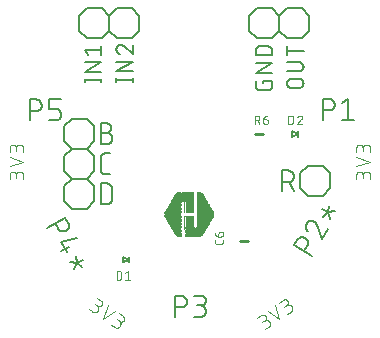
<source format=gbr>
G04 EAGLE Gerber RS-274X export*
G75*
%MOMM*%
%FSLAX34Y34*%
%LPD*%
%INSilkscreen Top*%
%IPPOS*%
%AMOC8*
5,1,8,0,0,1.08239X$1,22.5*%
G01*
%ADD10C,0.101600*%
%ADD11C,0.152400*%
%ADD12C,0.127000*%
%ADD13C,0.076200*%
%ADD14C,0.254000*%
%ADD15R,0.259075X0.015238*%
%ADD16R,1.310638X0.015238*%
%ADD17R,0.015238X0.015238*%
%ADD18R,0.304800X0.015238*%
%ADD19R,1.356356X0.015238*%
%ADD20R,0.335275X0.015238*%
%ADD21R,1.402075X0.015238*%
%ADD22R,0.365756X0.015238*%
%ADD23R,1.417319X0.015238*%
%ADD24R,0.381000X0.015238*%
%ADD25R,1.447800X0.015238*%
%ADD26R,0.396238X0.015238*%
%ADD27R,1.463037X0.015238*%
%ADD28R,0.411475X0.015238*%
%ADD29R,1.478275X0.015238*%
%ADD30R,0.426719X0.015238*%
%ADD31R,1.493519X0.015238*%
%ADD32R,0.441956X0.015238*%
%ADD33R,1.508756X0.015238*%
%ADD34R,0.457200X0.015238*%
%ADD35R,1.524000X0.015238*%
%ADD36R,0.472438X0.015238*%
%ADD37R,1.539238X0.015238*%
%ADD38R,0.487675X0.015238*%
%ADD39R,1.554475X0.015238*%
%ADD40R,0.502919X0.015238*%
%ADD41R,1.569719X0.015238*%
%ADD42R,0.518156X0.015238*%
%ADD43R,1.584956X0.015238*%
%ADD44R,0.533400X0.015238*%
%ADD45R,1.600200X0.015238*%
%ADD46R,0.548638X0.015238*%
%ADD47R,1.615438X0.015238*%
%ADD48R,0.563875X0.015238*%
%ADD49R,1.630675X0.015238*%
%ADD50R,0.579119X0.015238*%
%ADD51R,1.645919X0.015238*%
%ADD52R,0.594356X0.015238*%
%ADD53R,1.661156X0.015238*%
%ADD54R,0.609600X0.015238*%
%ADD55R,1.676400X0.015238*%
%ADD56R,0.624838X0.015238*%
%ADD57R,1.691638X0.015238*%
%ADD58R,0.640075X0.015238*%
%ADD59R,1.706875X0.015238*%
%ADD60R,0.655319X0.015238*%
%ADD61R,1.722119X0.015238*%
%ADD62R,0.670556X0.015238*%
%ADD63R,1.737356X0.015238*%
%ADD64R,0.685800X0.015238*%
%ADD65R,1.752600X0.015238*%
%ADD66R,0.701037X0.015238*%
%ADD67R,0.716275X0.015238*%
%ADD68R,0.731519X0.015238*%
%ADD69R,1.767838X0.015238*%
%ADD70R,1.783075X0.015238*%
%ADD71R,0.746756X0.015238*%
%ADD72R,1.798319X0.015238*%
%ADD73R,0.030481X0.015238*%
%ADD74R,0.762000X0.015238*%
%ADD75R,0.807719X0.015238*%
%ADD76R,0.868681X0.015238*%
%ADD77R,0.777238X0.015238*%
%ADD78R,0.853438X0.015238*%
%ADD79R,0.838200X0.015238*%
%ADD80R,0.792475X0.015238*%
%ADD81R,0.822963X0.015238*%
%ADD82R,0.822956X0.015238*%
%ADD83R,0.868675X0.015238*%
%ADD84R,0.883919X0.015238*%
%ADD85R,0.899156X0.015238*%
%ADD86R,0.914400X0.015238*%
%ADD87R,0.929638X0.015238*%
%ADD88R,0.944875X0.015238*%
%ADD89R,0.960119X0.015238*%
%ADD90R,0.975356X0.015238*%
%ADD91R,0.990600X0.015238*%
%ADD92R,1.005837X0.015238*%
%ADD93R,1.021075X0.015238*%
%ADD94R,1.036319X0.015238*%
%ADD95R,1.051556X0.015238*%
%ADD96R,1.066800X0.015238*%
%ADD97R,1.082037X0.015238*%
%ADD98R,1.097275X0.015238*%
%ADD99R,1.112519X0.015238*%
%ADD100R,1.127756X0.015238*%
%ADD101R,1.143000X0.015238*%
%ADD102R,1.158238X0.015238*%
%ADD103R,1.173475X0.015238*%
%ADD104R,1.188719X0.015238*%
%ADD105R,1.203956X0.015238*%
%ADD106R,1.219200X0.015238*%
%ADD107R,1.234438X0.015238*%
%ADD108R,1.249675X0.015238*%
%ADD109R,1.264919X0.015238*%
%ADD110R,1.280156X0.015238*%
%ADD111R,1.295400X0.015238*%
%ADD112R,1.325875X0.015238*%
%ADD113R,0.670563X0.015238*%
%ADD114R,1.341119X0.015238*%
%ADD115R,1.371600X0.015238*%
%ADD116R,1.386838X0.015238*%
%ADD117R,0.045719X0.015238*%
%ADD118R,0.060956X0.015238*%
%ADD119R,1.432556X0.015238*%
%ADD120R,0.106681X0.015238*%
%ADD121R,0.121919X0.015238*%
%ADD122R,0.152400X0.015238*%
%ADD123R,0.182875X0.015238*%
%ADD124R,0.030475X0.015238*%
%ADD125R,0.213363X0.015238*%
%ADD126R,0.076200X0.015238*%
%ADD127R,0.320038X0.015238*%
%ADD128R,0.243838X0.015238*%
%ADD129R,0.106675X0.015238*%
%ADD130R,0.274319X0.015238*%
%ADD131R,0.259081X0.015238*%
%ADD132R,0.198119X0.015238*%
%ADD133R,0.228600X0.015238*%


D10*
X152755Y136262D02*
X152755Y139508D01*
X152753Y139621D01*
X152747Y139734D01*
X152737Y139847D01*
X152723Y139960D01*
X152706Y140072D01*
X152684Y140183D01*
X152659Y140293D01*
X152629Y140403D01*
X152596Y140511D01*
X152559Y140618D01*
X152519Y140724D01*
X152474Y140828D01*
X152426Y140931D01*
X152375Y141032D01*
X152320Y141131D01*
X152262Y141228D01*
X152200Y141323D01*
X152135Y141416D01*
X152067Y141506D01*
X151996Y141594D01*
X151921Y141680D01*
X151844Y141763D01*
X151764Y141843D01*
X151681Y141920D01*
X151595Y141995D01*
X151507Y142066D01*
X151417Y142134D01*
X151324Y142199D01*
X151229Y142261D01*
X151132Y142319D01*
X151033Y142374D01*
X150932Y142425D01*
X150829Y142473D01*
X150725Y142518D01*
X150619Y142558D01*
X150512Y142595D01*
X150404Y142628D01*
X150294Y142658D01*
X150184Y142683D01*
X150073Y142705D01*
X149961Y142722D01*
X149848Y142736D01*
X149735Y142746D01*
X149622Y142752D01*
X149509Y142754D01*
X149396Y142752D01*
X149283Y142746D01*
X149170Y142736D01*
X149057Y142722D01*
X148945Y142705D01*
X148834Y142683D01*
X148724Y142658D01*
X148614Y142628D01*
X148506Y142595D01*
X148399Y142558D01*
X148293Y142518D01*
X148189Y142473D01*
X148086Y142425D01*
X147985Y142374D01*
X147886Y142319D01*
X147789Y142261D01*
X147694Y142199D01*
X147601Y142134D01*
X147511Y142066D01*
X147423Y141995D01*
X147337Y141920D01*
X147254Y141843D01*
X147174Y141763D01*
X147097Y141680D01*
X147022Y141594D01*
X146951Y141506D01*
X146883Y141416D01*
X146818Y141323D01*
X146756Y141228D01*
X146698Y141131D01*
X146643Y141032D01*
X146592Y140931D01*
X146544Y140828D01*
X146499Y140724D01*
X146459Y140618D01*
X146422Y140511D01*
X146389Y140403D01*
X146359Y140293D01*
X146334Y140183D01*
X146312Y140072D01*
X146295Y139960D01*
X146281Y139847D01*
X146271Y139734D01*
X146265Y139621D01*
X146263Y139508D01*
X141071Y140157D02*
X141071Y136262D01*
X141071Y140157D02*
X141073Y140258D01*
X141079Y140358D01*
X141089Y140458D01*
X141102Y140558D01*
X141120Y140657D01*
X141141Y140756D01*
X141166Y140853D01*
X141195Y140950D01*
X141228Y141045D01*
X141264Y141139D01*
X141304Y141231D01*
X141347Y141322D01*
X141394Y141411D01*
X141444Y141498D01*
X141498Y141584D01*
X141555Y141667D01*
X141615Y141747D01*
X141678Y141826D01*
X141745Y141902D01*
X141814Y141975D01*
X141886Y142045D01*
X141960Y142113D01*
X142037Y142178D01*
X142117Y142239D01*
X142199Y142298D01*
X142283Y142353D01*
X142369Y142405D01*
X142457Y142454D01*
X142547Y142499D01*
X142639Y142541D01*
X142732Y142579D01*
X142827Y142613D01*
X142922Y142644D01*
X143019Y142671D01*
X143117Y142694D01*
X143216Y142714D01*
X143316Y142729D01*
X143416Y142741D01*
X143516Y142749D01*
X143617Y142753D01*
X143717Y142753D01*
X143818Y142749D01*
X143918Y142741D01*
X144018Y142729D01*
X144118Y142714D01*
X144217Y142694D01*
X144315Y142671D01*
X144412Y142644D01*
X144507Y142613D01*
X144602Y142579D01*
X144695Y142541D01*
X144787Y142499D01*
X144877Y142454D01*
X144965Y142405D01*
X145051Y142353D01*
X145135Y142298D01*
X145217Y142239D01*
X145297Y142178D01*
X145374Y142113D01*
X145448Y142045D01*
X145520Y141975D01*
X145589Y141902D01*
X145656Y141826D01*
X145719Y141747D01*
X145779Y141667D01*
X145836Y141584D01*
X145890Y141498D01*
X145940Y141411D01*
X145987Y141322D01*
X146030Y141231D01*
X146070Y141139D01*
X146106Y141045D01*
X146139Y140950D01*
X146168Y140853D01*
X146193Y140756D01*
X146214Y140657D01*
X146232Y140558D01*
X146245Y140458D01*
X146255Y140358D01*
X146261Y140258D01*
X146263Y140157D01*
X146263Y137560D01*
X141071Y147043D02*
X152755Y150938D01*
X141071Y154832D01*
X152755Y159122D02*
X152755Y162367D01*
X152753Y162480D01*
X152747Y162593D01*
X152737Y162706D01*
X152723Y162819D01*
X152706Y162931D01*
X152684Y163042D01*
X152659Y163152D01*
X152629Y163262D01*
X152596Y163370D01*
X152559Y163477D01*
X152519Y163583D01*
X152474Y163687D01*
X152426Y163790D01*
X152375Y163891D01*
X152320Y163990D01*
X152262Y164087D01*
X152200Y164182D01*
X152135Y164275D01*
X152067Y164365D01*
X151996Y164453D01*
X151921Y164539D01*
X151844Y164622D01*
X151764Y164702D01*
X151681Y164779D01*
X151595Y164854D01*
X151507Y164925D01*
X151417Y164993D01*
X151324Y165058D01*
X151229Y165120D01*
X151132Y165178D01*
X151033Y165233D01*
X150932Y165284D01*
X150829Y165332D01*
X150725Y165377D01*
X150619Y165417D01*
X150512Y165454D01*
X150404Y165487D01*
X150294Y165517D01*
X150184Y165542D01*
X150073Y165564D01*
X149961Y165581D01*
X149848Y165595D01*
X149735Y165605D01*
X149622Y165611D01*
X149509Y165613D01*
X149396Y165611D01*
X149283Y165605D01*
X149170Y165595D01*
X149057Y165581D01*
X148945Y165564D01*
X148834Y165542D01*
X148724Y165517D01*
X148614Y165487D01*
X148506Y165454D01*
X148399Y165417D01*
X148293Y165377D01*
X148189Y165332D01*
X148086Y165284D01*
X147985Y165233D01*
X147886Y165178D01*
X147789Y165120D01*
X147694Y165058D01*
X147601Y164993D01*
X147511Y164925D01*
X147423Y164854D01*
X147337Y164779D01*
X147254Y164702D01*
X147174Y164622D01*
X147097Y164539D01*
X147022Y164453D01*
X146951Y164365D01*
X146883Y164275D01*
X146818Y164182D01*
X146756Y164087D01*
X146698Y163990D01*
X146643Y163891D01*
X146592Y163790D01*
X146544Y163687D01*
X146499Y163583D01*
X146459Y163477D01*
X146422Y163370D01*
X146389Y163262D01*
X146359Y163152D01*
X146334Y163042D01*
X146312Y162931D01*
X146295Y162819D01*
X146281Y162706D01*
X146271Y162593D01*
X146265Y162480D01*
X146263Y162367D01*
X141071Y163017D02*
X141071Y159122D01*
X141071Y163017D02*
X141073Y163118D01*
X141079Y163218D01*
X141089Y163318D01*
X141102Y163418D01*
X141120Y163517D01*
X141141Y163616D01*
X141166Y163713D01*
X141195Y163810D01*
X141228Y163905D01*
X141264Y163999D01*
X141304Y164091D01*
X141347Y164182D01*
X141394Y164271D01*
X141444Y164358D01*
X141498Y164444D01*
X141555Y164527D01*
X141615Y164607D01*
X141678Y164686D01*
X141745Y164762D01*
X141814Y164835D01*
X141886Y164905D01*
X141960Y164973D01*
X142037Y165038D01*
X142117Y165099D01*
X142199Y165158D01*
X142283Y165213D01*
X142369Y165265D01*
X142457Y165314D01*
X142547Y165359D01*
X142639Y165401D01*
X142732Y165439D01*
X142827Y165473D01*
X142922Y165504D01*
X143019Y165531D01*
X143117Y165554D01*
X143216Y165574D01*
X143316Y165589D01*
X143416Y165601D01*
X143516Y165609D01*
X143617Y165613D01*
X143717Y165613D01*
X143818Y165609D01*
X143918Y165601D01*
X144018Y165589D01*
X144118Y165574D01*
X144217Y165554D01*
X144315Y165531D01*
X144412Y165504D01*
X144507Y165473D01*
X144602Y165439D01*
X144695Y165401D01*
X144787Y165359D01*
X144877Y165314D01*
X144965Y165265D01*
X145051Y165213D01*
X145135Y165158D01*
X145217Y165099D01*
X145297Y165038D01*
X145374Y164973D01*
X145448Y164905D01*
X145520Y164835D01*
X145589Y164762D01*
X145656Y164686D01*
X145719Y164607D01*
X145779Y164527D01*
X145836Y164444D01*
X145890Y164358D01*
X145940Y164271D01*
X145987Y164182D01*
X146030Y164091D01*
X146070Y163999D01*
X146106Y163905D01*
X146139Y163810D01*
X146168Y163713D01*
X146193Y163616D01*
X146214Y163517D01*
X146232Y163418D01*
X146245Y163318D01*
X146255Y163218D01*
X146261Y163118D01*
X146263Y163017D01*
X146263Y160420D01*
X66591Y11026D02*
X63932Y9164D01*
X66591Y11025D02*
X66682Y11092D01*
X66772Y11161D01*
X66859Y11234D01*
X66943Y11310D01*
X67024Y11389D01*
X67103Y11470D01*
X67179Y11554D01*
X67252Y11641D01*
X67321Y11731D01*
X67388Y11822D01*
X67451Y11916D01*
X67511Y12012D01*
X67568Y12110D01*
X67621Y12210D01*
X67671Y12312D01*
X67717Y12416D01*
X67759Y12521D01*
X67798Y12627D01*
X67833Y12735D01*
X67864Y12844D01*
X67892Y12954D01*
X67915Y13065D01*
X67935Y13176D01*
X67951Y13288D01*
X67963Y13401D01*
X67971Y13514D01*
X67975Y13627D01*
X67975Y13741D01*
X67971Y13854D01*
X67963Y13967D01*
X67951Y14080D01*
X67935Y14192D01*
X67915Y14303D01*
X67892Y14414D01*
X67864Y14524D01*
X67833Y14633D01*
X67798Y14741D01*
X67759Y14847D01*
X67717Y14952D01*
X67671Y15056D01*
X67621Y15158D01*
X67568Y15258D01*
X67511Y15356D01*
X67451Y15452D01*
X67388Y15546D01*
X67321Y15637D01*
X67252Y15727D01*
X67179Y15814D01*
X67103Y15898D01*
X67024Y15979D01*
X66943Y16058D01*
X66859Y16134D01*
X66772Y16207D01*
X66683Y16276D01*
X66591Y16343D01*
X66497Y16406D01*
X66401Y16466D01*
X66303Y16523D01*
X66203Y16576D01*
X66101Y16626D01*
X65997Y16672D01*
X65892Y16714D01*
X65786Y16753D01*
X65678Y16788D01*
X65569Y16819D01*
X65459Y16847D01*
X65348Y16870D01*
X65237Y16890D01*
X65125Y16906D01*
X65012Y16918D01*
X64899Y16926D01*
X64786Y16930D01*
X64672Y16930D01*
X64559Y16926D01*
X64446Y16918D01*
X64333Y16906D01*
X64221Y16890D01*
X64110Y16870D01*
X63999Y16847D01*
X63889Y16819D01*
X63780Y16788D01*
X63672Y16753D01*
X63566Y16714D01*
X63461Y16672D01*
X63357Y16626D01*
X63255Y16576D01*
X63155Y16523D01*
X63057Y16466D01*
X62961Y16406D01*
X62867Y16343D01*
X60421Y20969D02*
X57231Y18735D01*
X60421Y20969D02*
X60505Y21025D01*
X60590Y21078D01*
X60678Y21127D01*
X60767Y21173D01*
X60859Y21216D01*
X60952Y21255D01*
X61046Y21290D01*
X61141Y21322D01*
X61238Y21350D01*
X61336Y21374D01*
X61434Y21394D01*
X61534Y21411D01*
X61634Y21423D01*
X61734Y21432D01*
X61835Y21437D01*
X61935Y21438D01*
X62036Y21435D01*
X62136Y21428D01*
X62236Y21417D01*
X62336Y21403D01*
X62435Y21384D01*
X62533Y21362D01*
X62630Y21336D01*
X62727Y21306D01*
X62822Y21273D01*
X62915Y21236D01*
X63007Y21195D01*
X63098Y21150D01*
X63186Y21103D01*
X63273Y21051D01*
X63357Y20997D01*
X63440Y20939D01*
X63520Y20878D01*
X63598Y20814D01*
X63673Y20747D01*
X63746Y20678D01*
X63815Y20605D01*
X63882Y20530D01*
X63946Y20452D01*
X64007Y20372D01*
X64065Y20289D01*
X64119Y20205D01*
X64171Y20118D01*
X64218Y20030D01*
X64263Y19939D01*
X64304Y19847D01*
X64341Y19753D01*
X64374Y19659D01*
X64404Y19562D01*
X64430Y19465D01*
X64452Y19367D01*
X64471Y19268D01*
X64485Y19168D01*
X64496Y19068D01*
X64503Y18968D01*
X64506Y18867D01*
X64505Y18767D01*
X64500Y18666D01*
X64491Y18566D01*
X64479Y18466D01*
X64462Y18366D01*
X64442Y18268D01*
X64418Y18170D01*
X64390Y18073D01*
X64358Y17978D01*
X64323Y17884D01*
X64284Y17791D01*
X64241Y17699D01*
X64195Y17610D01*
X64146Y17522D01*
X64093Y17437D01*
X64037Y17353D01*
X63977Y17272D01*
X63915Y17193D01*
X63849Y17116D01*
X63781Y17042D01*
X63710Y16971D01*
X63636Y16903D01*
X63559Y16837D01*
X63480Y16775D01*
X63399Y16715D01*
X63400Y16715D02*
X61273Y15226D01*
X66062Y24919D02*
X75954Y17582D01*
X72442Y29387D01*
X82658Y22276D02*
X85317Y24138D01*
X85317Y24137D02*
X85408Y24204D01*
X85498Y24273D01*
X85585Y24346D01*
X85669Y24422D01*
X85750Y24501D01*
X85829Y24582D01*
X85905Y24666D01*
X85978Y24753D01*
X86047Y24843D01*
X86114Y24934D01*
X86177Y25028D01*
X86237Y25124D01*
X86294Y25222D01*
X86347Y25322D01*
X86397Y25424D01*
X86443Y25528D01*
X86485Y25633D01*
X86524Y25739D01*
X86559Y25847D01*
X86590Y25956D01*
X86618Y26066D01*
X86641Y26177D01*
X86661Y26288D01*
X86677Y26400D01*
X86689Y26513D01*
X86697Y26626D01*
X86701Y26739D01*
X86701Y26853D01*
X86697Y26966D01*
X86689Y27079D01*
X86677Y27192D01*
X86661Y27304D01*
X86641Y27415D01*
X86618Y27526D01*
X86590Y27636D01*
X86559Y27745D01*
X86524Y27853D01*
X86485Y27959D01*
X86443Y28064D01*
X86397Y28168D01*
X86347Y28270D01*
X86294Y28370D01*
X86237Y28468D01*
X86177Y28564D01*
X86114Y28658D01*
X86047Y28749D01*
X85978Y28839D01*
X85905Y28926D01*
X85829Y29010D01*
X85750Y29091D01*
X85669Y29170D01*
X85585Y29246D01*
X85498Y29319D01*
X85409Y29388D01*
X85317Y29455D01*
X85223Y29518D01*
X85127Y29578D01*
X85029Y29635D01*
X84929Y29688D01*
X84827Y29738D01*
X84723Y29784D01*
X84618Y29826D01*
X84512Y29865D01*
X84404Y29900D01*
X84295Y29931D01*
X84185Y29959D01*
X84074Y29982D01*
X83963Y30002D01*
X83851Y30018D01*
X83738Y30030D01*
X83625Y30038D01*
X83512Y30042D01*
X83398Y30042D01*
X83285Y30038D01*
X83172Y30030D01*
X83059Y30018D01*
X82947Y30002D01*
X82836Y29982D01*
X82725Y29959D01*
X82615Y29931D01*
X82506Y29900D01*
X82398Y29865D01*
X82292Y29826D01*
X82187Y29784D01*
X82083Y29738D01*
X81981Y29688D01*
X81881Y29635D01*
X81783Y29578D01*
X81687Y29518D01*
X81593Y29455D01*
X79147Y34081D02*
X75956Y31847D01*
X79147Y34081D02*
X79231Y34137D01*
X79316Y34190D01*
X79404Y34239D01*
X79493Y34285D01*
X79585Y34328D01*
X79678Y34367D01*
X79772Y34402D01*
X79867Y34434D01*
X79964Y34462D01*
X80062Y34486D01*
X80160Y34506D01*
X80260Y34523D01*
X80360Y34535D01*
X80460Y34544D01*
X80561Y34549D01*
X80661Y34550D01*
X80762Y34547D01*
X80862Y34540D01*
X80962Y34529D01*
X81062Y34515D01*
X81161Y34496D01*
X81259Y34474D01*
X81356Y34448D01*
X81453Y34418D01*
X81548Y34385D01*
X81641Y34348D01*
X81733Y34307D01*
X81824Y34262D01*
X81912Y34215D01*
X81999Y34163D01*
X82083Y34109D01*
X82166Y34051D01*
X82246Y33990D01*
X82324Y33926D01*
X82399Y33859D01*
X82472Y33790D01*
X82541Y33717D01*
X82608Y33642D01*
X82672Y33564D01*
X82733Y33484D01*
X82791Y33401D01*
X82845Y33317D01*
X82897Y33230D01*
X82944Y33142D01*
X82989Y33051D01*
X83030Y32959D01*
X83067Y32865D01*
X83100Y32771D01*
X83130Y32674D01*
X83156Y32577D01*
X83178Y32479D01*
X83197Y32380D01*
X83211Y32280D01*
X83222Y32180D01*
X83229Y32080D01*
X83232Y31979D01*
X83231Y31879D01*
X83226Y31778D01*
X83217Y31678D01*
X83205Y31578D01*
X83188Y31478D01*
X83168Y31380D01*
X83144Y31282D01*
X83116Y31185D01*
X83084Y31090D01*
X83049Y30996D01*
X83010Y30903D01*
X82967Y30811D01*
X82921Y30722D01*
X82872Y30634D01*
X82819Y30549D01*
X82763Y30465D01*
X82703Y30384D01*
X82641Y30305D01*
X82575Y30228D01*
X82507Y30154D01*
X82436Y30083D01*
X82362Y30015D01*
X82285Y29949D01*
X82206Y29887D01*
X82125Y29827D01*
X79998Y28338D01*
X-82456Y24265D02*
X-85114Y26126D01*
X-82456Y24264D02*
X-82362Y24201D01*
X-82266Y24141D01*
X-82168Y24084D01*
X-82068Y24031D01*
X-81966Y23981D01*
X-81862Y23935D01*
X-81757Y23893D01*
X-81651Y23854D01*
X-81543Y23819D01*
X-81434Y23788D01*
X-81324Y23760D01*
X-81213Y23737D01*
X-81102Y23717D01*
X-80990Y23701D01*
X-80877Y23689D01*
X-80764Y23681D01*
X-80651Y23677D01*
X-80537Y23677D01*
X-80424Y23681D01*
X-80311Y23689D01*
X-80198Y23701D01*
X-80086Y23717D01*
X-79975Y23737D01*
X-79864Y23760D01*
X-79754Y23788D01*
X-79645Y23819D01*
X-79537Y23854D01*
X-79431Y23893D01*
X-79326Y23935D01*
X-79222Y23981D01*
X-79120Y24031D01*
X-79020Y24084D01*
X-78922Y24141D01*
X-78826Y24201D01*
X-78732Y24264D01*
X-78641Y24331D01*
X-78551Y24400D01*
X-78464Y24473D01*
X-78380Y24549D01*
X-78299Y24628D01*
X-78220Y24709D01*
X-78144Y24793D01*
X-78071Y24880D01*
X-78002Y24970D01*
X-77935Y25061D01*
X-77872Y25155D01*
X-77812Y25251D01*
X-77755Y25349D01*
X-77702Y25449D01*
X-77652Y25551D01*
X-77606Y25655D01*
X-77564Y25760D01*
X-77525Y25866D01*
X-77490Y25974D01*
X-77459Y26083D01*
X-77431Y26193D01*
X-77408Y26304D01*
X-77388Y26415D01*
X-77372Y26527D01*
X-77360Y26640D01*
X-77352Y26753D01*
X-77348Y26866D01*
X-77348Y26980D01*
X-77352Y27093D01*
X-77360Y27206D01*
X-77372Y27319D01*
X-77388Y27431D01*
X-77408Y27542D01*
X-77431Y27653D01*
X-77459Y27763D01*
X-77490Y27872D01*
X-77525Y27980D01*
X-77564Y28086D01*
X-77606Y28191D01*
X-77652Y28295D01*
X-77702Y28397D01*
X-77755Y28497D01*
X-77812Y28595D01*
X-77872Y28691D01*
X-77935Y28785D01*
X-78002Y28876D01*
X-78071Y28966D01*
X-78144Y29053D01*
X-78220Y29137D01*
X-78299Y29218D01*
X-78380Y29297D01*
X-78464Y29373D01*
X-78551Y29446D01*
X-78640Y29515D01*
X-78732Y29582D01*
X-75222Y33463D02*
X-78413Y35697D01*
X-75223Y33464D02*
X-75142Y33404D01*
X-75063Y33342D01*
X-74986Y33276D01*
X-74912Y33208D01*
X-74841Y33137D01*
X-74773Y33063D01*
X-74707Y32986D01*
X-74645Y32907D01*
X-74585Y32826D01*
X-74529Y32742D01*
X-74476Y32657D01*
X-74427Y32569D01*
X-74381Y32480D01*
X-74338Y32388D01*
X-74299Y32295D01*
X-74264Y32201D01*
X-74232Y32106D01*
X-74204Y32009D01*
X-74180Y31911D01*
X-74160Y31813D01*
X-74143Y31713D01*
X-74131Y31613D01*
X-74122Y31513D01*
X-74117Y31412D01*
X-74116Y31312D01*
X-74119Y31211D01*
X-74126Y31111D01*
X-74137Y31011D01*
X-74151Y30911D01*
X-74170Y30812D01*
X-74192Y30714D01*
X-74218Y30617D01*
X-74248Y30520D01*
X-74281Y30426D01*
X-74318Y30332D01*
X-74359Y30240D01*
X-74404Y30149D01*
X-74451Y30061D01*
X-74503Y29974D01*
X-74557Y29890D01*
X-74615Y29807D01*
X-74676Y29727D01*
X-74740Y29649D01*
X-74807Y29574D01*
X-74876Y29501D01*
X-74949Y29432D01*
X-75024Y29365D01*
X-75102Y29301D01*
X-75182Y29240D01*
X-75265Y29182D01*
X-75349Y29128D01*
X-75436Y29076D01*
X-75524Y29029D01*
X-75615Y28984D01*
X-75707Y28943D01*
X-75800Y28906D01*
X-75895Y28873D01*
X-75992Y28843D01*
X-76089Y28817D01*
X-76187Y28795D01*
X-76286Y28776D01*
X-76386Y28762D01*
X-76486Y28751D01*
X-76586Y28744D01*
X-76687Y28741D01*
X-76787Y28742D01*
X-76888Y28747D01*
X-76988Y28756D01*
X-77088Y28768D01*
X-77188Y28785D01*
X-77286Y28805D01*
X-77384Y28829D01*
X-77481Y28857D01*
X-77576Y28889D01*
X-77670Y28924D01*
X-77763Y28963D01*
X-77855Y29006D01*
X-77944Y29052D01*
X-78032Y29101D01*
X-78117Y29154D01*
X-78201Y29210D01*
X-80328Y30699D01*
X-69581Y29514D02*
X-73093Y17709D01*
X-63201Y25046D01*
X-66388Y13014D02*
X-63730Y11153D01*
X-63730Y11152D02*
X-63636Y11089D01*
X-63540Y11029D01*
X-63442Y10972D01*
X-63342Y10919D01*
X-63240Y10869D01*
X-63136Y10823D01*
X-63031Y10781D01*
X-62925Y10742D01*
X-62817Y10707D01*
X-62708Y10676D01*
X-62598Y10648D01*
X-62487Y10625D01*
X-62376Y10605D01*
X-62264Y10589D01*
X-62151Y10577D01*
X-62038Y10569D01*
X-61925Y10565D01*
X-61811Y10565D01*
X-61698Y10569D01*
X-61585Y10577D01*
X-61472Y10589D01*
X-61360Y10605D01*
X-61249Y10625D01*
X-61138Y10648D01*
X-61028Y10676D01*
X-60919Y10707D01*
X-60811Y10742D01*
X-60705Y10781D01*
X-60600Y10823D01*
X-60496Y10869D01*
X-60394Y10919D01*
X-60294Y10972D01*
X-60196Y11029D01*
X-60100Y11089D01*
X-60006Y11152D01*
X-59915Y11219D01*
X-59825Y11288D01*
X-59738Y11361D01*
X-59654Y11437D01*
X-59573Y11516D01*
X-59494Y11597D01*
X-59418Y11681D01*
X-59345Y11768D01*
X-59276Y11858D01*
X-59209Y11949D01*
X-59146Y12043D01*
X-59086Y12139D01*
X-59029Y12237D01*
X-58976Y12337D01*
X-58926Y12439D01*
X-58880Y12543D01*
X-58838Y12648D01*
X-58799Y12754D01*
X-58764Y12862D01*
X-58733Y12971D01*
X-58705Y13081D01*
X-58682Y13192D01*
X-58662Y13303D01*
X-58646Y13415D01*
X-58634Y13528D01*
X-58626Y13641D01*
X-58622Y13754D01*
X-58622Y13868D01*
X-58626Y13981D01*
X-58634Y14094D01*
X-58646Y14207D01*
X-58662Y14319D01*
X-58682Y14430D01*
X-58705Y14541D01*
X-58733Y14651D01*
X-58764Y14760D01*
X-58799Y14868D01*
X-58838Y14974D01*
X-58880Y15079D01*
X-58926Y15183D01*
X-58976Y15285D01*
X-59029Y15385D01*
X-59086Y15483D01*
X-59146Y15579D01*
X-59209Y15673D01*
X-59276Y15764D01*
X-59345Y15854D01*
X-59418Y15941D01*
X-59494Y16025D01*
X-59573Y16106D01*
X-59654Y16185D01*
X-59738Y16261D01*
X-59825Y16334D01*
X-59914Y16403D01*
X-60006Y16470D01*
X-56496Y20351D02*
X-59687Y22585D01*
X-56497Y20352D02*
X-56416Y20292D01*
X-56337Y20230D01*
X-56260Y20164D01*
X-56186Y20096D01*
X-56115Y20025D01*
X-56047Y19951D01*
X-55981Y19874D01*
X-55919Y19795D01*
X-55859Y19714D01*
X-55803Y19630D01*
X-55750Y19545D01*
X-55701Y19457D01*
X-55655Y19368D01*
X-55612Y19276D01*
X-55573Y19183D01*
X-55538Y19089D01*
X-55506Y18994D01*
X-55478Y18897D01*
X-55454Y18799D01*
X-55434Y18701D01*
X-55417Y18601D01*
X-55405Y18501D01*
X-55396Y18401D01*
X-55391Y18300D01*
X-55390Y18200D01*
X-55393Y18099D01*
X-55400Y17999D01*
X-55411Y17899D01*
X-55425Y17799D01*
X-55444Y17700D01*
X-55466Y17602D01*
X-55492Y17505D01*
X-55522Y17408D01*
X-55555Y17314D01*
X-55592Y17220D01*
X-55633Y17128D01*
X-55678Y17037D01*
X-55725Y16949D01*
X-55777Y16862D01*
X-55831Y16778D01*
X-55889Y16695D01*
X-55950Y16615D01*
X-56014Y16537D01*
X-56081Y16462D01*
X-56150Y16389D01*
X-56223Y16320D01*
X-56298Y16253D01*
X-56376Y16189D01*
X-56456Y16128D01*
X-56539Y16070D01*
X-56623Y16016D01*
X-56710Y15964D01*
X-56798Y15917D01*
X-56889Y15872D01*
X-56981Y15831D01*
X-57074Y15794D01*
X-57169Y15761D01*
X-57266Y15731D01*
X-57363Y15705D01*
X-57461Y15683D01*
X-57560Y15664D01*
X-57660Y15650D01*
X-57760Y15639D01*
X-57860Y15632D01*
X-57961Y15629D01*
X-58061Y15630D01*
X-58162Y15635D01*
X-58262Y15644D01*
X-58362Y15656D01*
X-58462Y15673D01*
X-58560Y15693D01*
X-58658Y15717D01*
X-58755Y15745D01*
X-58850Y15777D01*
X-58944Y15812D01*
X-59037Y15851D01*
X-59129Y15894D01*
X-59218Y15940D01*
X-59306Y15989D01*
X-59391Y16042D01*
X-59475Y16098D01*
X-61602Y17587D01*
X-140821Y136262D02*
X-140821Y139508D01*
X-140820Y139508D02*
X-140822Y139621D01*
X-140828Y139734D01*
X-140838Y139847D01*
X-140852Y139960D01*
X-140869Y140072D01*
X-140891Y140183D01*
X-140916Y140293D01*
X-140946Y140403D01*
X-140979Y140511D01*
X-141016Y140618D01*
X-141056Y140724D01*
X-141101Y140828D01*
X-141149Y140931D01*
X-141200Y141032D01*
X-141255Y141131D01*
X-141313Y141228D01*
X-141375Y141323D01*
X-141440Y141416D01*
X-141508Y141506D01*
X-141579Y141594D01*
X-141654Y141680D01*
X-141731Y141763D01*
X-141811Y141843D01*
X-141894Y141920D01*
X-141980Y141995D01*
X-142068Y142066D01*
X-142158Y142134D01*
X-142251Y142199D01*
X-142346Y142261D01*
X-142443Y142319D01*
X-142542Y142374D01*
X-142643Y142425D01*
X-142746Y142473D01*
X-142850Y142518D01*
X-142956Y142558D01*
X-143063Y142595D01*
X-143171Y142628D01*
X-143281Y142658D01*
X-143391Y142683D01*
X-143502Y142705D01*
X-143614Y142722D01*
X-143727Y142736D01*
X-143840Y142746D01*
X-143953Y142752D01*
X-144066Y142754D01*
X-144179Y142752D01*
X-144292Y142746D01*
X-144405Y142736D01*
X-144518Y142722D01*
X-144630Y142705D01*
X-144741Y142683D01*
X-144851Y142658D01*
X-144961Y142628D01*
X-145069Y142595D01*
X-145176Y142558D01*
X-145282Y142518D01*
X-145386Y142473D01*
X-145489Y142425D01*
X-145590Y142374D01*
X-145689Y142319D01*
X-145786Y142261D01*
X-145881Y142199D01*
X-145974Y142134D01*
X-146064Y142066D01*
X-146152Y141995D01*
X-146238Y141920D01*
X-146321Y141843D01*
X-146401Y141763D01*
X-146478Y141680D01*
X-146553Y141594D01*
X-146624Y141506D01*
X-146692Y141416D01*
X-146757Y141323D01*
X-146819Y141228D01*
X-146877Y141131D01*
X-146932Y141032D01*
X-146983Y140931D01*
X-147031Y140828D01*
X-147076Y140724D01*
X-147116Y140618D01*
X-147153Y140511D01*
X-147186Y140403D01*
X-147216Y140293D01*
X-147241Y140183D01*
X-147263Y140072D01*
X-147280Y139960D01*
X-147294Y139847D01*
X-147304Y139734D01*
X-147310Y139621D01*
X-147312Y139508D01*
X-152505Y140157D02*
X-152505Y136262D01*
X-152504Y140157D02*
X-152502Y140258D01*
X-152496Y140358D01*
X-152486Y140458D01*
X-152473Y140558D01*
X-152455Y140657D01*
X-152434Y140756D01*
X-152409Y140853D01*
X-152380Y140950D01*
X-152347Y141045D01*
X-152311Y141139D01*
X-152271Y141231D01*
X-152228Y141322D01*
X-152181Y141411D01*
X-152131Y141498D01*
X-152077Y141584D01*
X-152020Y141667D01*
X-151960Y141747D01*
X-151897Y141826D01*
X-151830Y141902D01*
X-151761Y141975D01*
X-151689Y142045D01*
X-151615Y142113D01*
X-151538Y142178D01*
X-151458Y142239D01*
X-151376Y142298D01*
X-151292Y142353D01*
X-151206Y142405D01*
X-151118Y142454D01*
X-151028Y142499D01*
X-150936Y142541D01*
X-150843Y142579D01*
X-150748Y142613D01*
X-150653Y142644D01*
X-150556Y142671D01*
X-150458Y142694D01*
X-150359Y142714D01*
X-150259Y142729D01*
X-150159Y142741D01*
X-150059Y142749D01*
X-149958Y142753D01*
X-149858Y142753D01*
X-149757Y142749D01*
X-149657Y142741D01*
X-149557Y142729D01*
X-149457Y142714D01*
X-149358Y142694D01*
X-149260Y142671D01*
X-149163Y142644D01*
X-149068Y142613D01*
X-148973Y142579D01*
X-148880Y142541D01*
X-148788Y142499D01*
X-148698Y142454D01*
X-148610Y142405D01*
X-148524Y142353D01*
X-148440Y142298D01*
X-148358Y142239D01*
X-148278Y142178D01*
X-148201Y142113D01*
X-148127Y142045D01*
X-148055Y141975D01*
X-147986Y141902D01*
X-147919Y141826D01*
X-147856Y141747D01*
X-147796Y141667D01*
X-147739Y141584D01*
X-147685Y141498D01*
X-147635Y141411D01*
X-147588Y141322D01*
X-147545Y141231D01*
X-147505Y141139D01*
X-147469Y141045D01*
X-147436Y140950D01*
X-147407Y140853D01*
X-147382Y140756D01*
X-147361Y140657D01*
X-147343Y140558D01*
X-147330Y140458D01*
X-147320Y140358D01*
X-147314Y140258D01*
X-147312Y140157D01*
X-147312Y137560D01*
X-152505Y147043D02*
X-140821Y150938D01*
X-152505Y154832D01*
X-140821Y159122D02*
X-140821Y162367D01*
X-140820Y162367D02*
X-140822Y162480D01*
X-140828Y162593D01*
X-140838Y162706D01*
X-140852Y162819D01*
X-140869Y162931D01*
X-140891Y163042D01*
X-140916Y163152D01*
X-140946Y163262D01*
X-140979Y163370D01*
X-141016Y163477D01*
X-141056Y163583D01*
X-141101Y163687D01*
X-141149Y163790D01*
X-141200Y163891D01*
X-141255Y163990D01*
X-141313Y164087D01*
X-141375Y164182D01*
X-141440Y164275D01*
X-141508Y164365D01*
X-141579Y164453D01*
X-141654Y164539D01*
X-141731Y164622D01*
X-141811Y164702D01*
X-141894Y164779D01*
X-141980Y164854D01*
X-142068Y164925D01*
X-142158Y164993D01*
X-142251Y165058D01*
X-142346Y165120D01*
X-142443Y165178D01*
X-142542Y165233D01*
X-142643Y165284D01*
X-142746Y165332D01*
X-142850Y165377D01*
X-142956Y165417D01*
X-143063Y165454D01*
X-143171Y165487D01*
X-143281Y165517D01*
X-143391Y165542D01*
X-143502Y165564D01*
X-143614Y165581D01*
X-143727Y165595D01*
X-143840Y165605D01*
X-143953Y165611D01*
X-144066Y165613D01*
X-144179Y165611D01*
X-144292Y165605D01*
X-144405Y165595D01*
X-144518Y165581D01*
X-144630Y165564D01*
X-144741Y165542D01*
X-144851Y165517D01*
X-144961Y165487D01*
X-145069Y165454D01*
X-145176Y165417D01*
X-145282Y165377D01*
X-145386Y165332D01*
X-145489Y165284D01*
X-145590Y165233D01*
X-145689Y165178D01*
X-145786Y165120D01*
X-145881Y165058D01*
X-145974Y164993D01*
X-146064Y164925D01*
X-146152Y164854D01*
X-146238Y164779D01*
X-146321Y164702D01*
X-146401Y164622D01*
X-146478Y164539D01*
X-146553Y164453D01*
X-146624Y164365D01*
X-146692Y164275D01*
X-146757Y164182D01*
X-146819Y164087D01*
X-146877Y163990D01*
X-146932Y163891D01*
X-146983Y163790D01*
X-147031Y163687D01*
X-147076Y163583D01*
X-147116Y163477D01*
X-147153Y163370D01*
X-147186Y163262D01*
X-147216Y163152D01*
X-147241Y163042D01*
X-147263Y162931D01*
X-147280Y162819D01*
X-147294Y162706D01*
X-147304Y162593D01*
X-147310Y162480D01*
X-147312Y162367D01*
X-152505Y163017D02*
X-152505Y159122D01*
X-152504Y163017D02*
X-152502Y163118D01*
X-152496Y163218D01*
X-152486Y163318D01*
X-152473Y163418D01*
X-152455Y163517D01*
X-152434Y163616D01*
X-152409Y163713D01*
X-152380Y163810D01*
X-152347Y163905D01*
X-152311Y163999D01*
X-152271Y164091D01*
X-152228Y164182D01*
X-152181Y164271D01*
X-152131Y164358D01*
X-152077Y164444D01*
X-152020Y164527D01*
X-151960Y164607D01*
X-151897Y164686D01*
X-151830Y164762D01*
X-151761Y164835D01*
X-151689Y164905D01*
X-151615Y164973D01*
X-151538Y165038D01*
X-151458Y165099D01*
X-151376Y165158D01*
X-151292Y165213D01*
X-151206Y165265D01*
X-151118Y165314D01*
X-151028Y165359D01*
X-150936Y165401D01*
X-150843Y165439D01*
X-150748Y165473D01*
X-150653Y165504D01*
X-150556Y165531D01*
X-150458Y165554D01*
X-150359Y165574D01*
X-150259Y165589D01*
X-150159Y165601D01*
X-150059Y165609D01*
X-149958Y165613D01*
X-149858Y165613D01*
X-149757Y165609D01*
X-149657Y165601D01*
X-149557Y165589D01*
X-149457Y165574D01*
X-149358Y165554D01*
X-149260Y165531D01*
X-149163Y165504D01*
X-149068Y165473D01*
X-148973Y165439D01*
X-148880Y165401D01*
X-148788Y165359D01*
X-148698Y165314D01*
X-148610Y165265D01*
X-148524Y165213D01*
X-148440Y165158D01*
X-148358Y165099D01*
X-148278Y165038D01*
X-148201Y164973D01*
X-148127Y164905D01*
X-148055Y164835D01*
X-147986Y164762D01*
X-147919Y164686D01*
X-147856Y164607D01*
X-147796Y164527D01*
X-147739Y164444D01*
X-147685Y164358D01*
X-147635Y164271D01*
X-147588Y164182D01*
X-147545Y164091D01*
X-147505Y163999D01*
X-147469Y163905D01*
X-147436Y163810D01*
X-147407Y163713D01*
X-147382Y163616D01*
X-147361Y163517D01*
X-147343Y163418D01*
X-147330Y163318D01*
X-147320Y163218D01*
X-147314Y163118D01*
X-147312Y163017D01*
X-147312Y160420D01*
D11*
X112809Y186712D02*
X112809Y204492D01*
X117748Y204492D01*
X117888Y204490D01*
X118027Y204484D01*
X118167Y204474D01*
X118306Y204460D01*
X118445Y204443D01*
X118583Y204421D01*
X118720Y204395D01*
X118857Y204366D01*
X118993Y204333D01*
X119127Y204296D01*
X119261Y204255D01*
X119393Y204210D01*
X119525Y204161D01*
X119654Y204109D01*
X119782Y204054D01*
X119909Y203994D01*
X120034Y203931D01*
X120157Y203865D01*
X120278Y203795D01*
X120397Y203722D01*
X120514Y203645D01*
X120628Y203565D01*
X120741Y203482D01*
X120851Y203396D01*
X120958Y203306D01*
X121063Y203214D01*
X121165Y203119D01*
X121265Y203021D01*
X121362Y202920D01*
X121456Y202816D01*
X121546Y202710D01*
X121634Y202601D01*
X121719Y202490D01*
X121800Y202376D01*
X121879Y202261D01*
X121954Y202143D01*
X122025Y202023D01*
X122093Y201900D01*
X122158Y201777D01*
X122219Y201651D01*
X122277Y201523D01*
X122331Y201395D01*
X122381Y201264D01*
X122428Y201132D01*
X122471Y200999D01*
X122510Y200865D01*
X122545Y200730D01*
X122576Y200594D01*
X122604Y200456D01*
X122627Y200319D01*
X122647Y200180D01*
X122663Y200041D01*
X122675Y199902D01*
X122683Y199763D01*
X122687Y199623D01*
X122687Y199483D01*
X122683Y199343D01*
X122675Y199204D01*
X122663Y199065D01*
X122647Y198926D01*
X122627Y198787D01*
X122604Y198650D01*
X122576Y198512D01*
X122545Y198376D01*
X122510Y198241D01*
X122471Y198107D01*
X122428Y197974D01*
X122381Y197842D01*
X122331Y197711D01*
X122277Y197583D01*
X122219Y197455D01*
X122158Y197329D01*
X122093Y197206D01*
X122025Y197084D01*
X121954Y196963D01*
X121879Y196845D01*
X121800Y196730D01*
X121719Y196616D01*
X121634Y196505D01*
X121546Y196396D01*
X121456Y196290D01*
X121362Y196186D01*
X121265Y196085D01*
X121165Y195987D01*
X121063Y195892D01*
X120958Y195800D01*
X120851Y195710D01*
X120741Y195624D01*
X120628Y195541D01*
X120514Y195461D01*
X120397Y195384D01*
X120278Y195311D01*
X120157Y195241D01*
X120034Y195175D01*
X119909Y195112D01*
X119782Y195052D01*
X119654Y194997D01*
X119525Y194945D01*
X119393Y194896D01*
X119261Y194851D01*
X119127Y194810D01*
X118993Y194773D01*
X118857Y194740D01*
X118720Y194711D01*
X118583Y194685D01*
X118445Y194663D01*
X118306Y194646D01*
X118167Y194632D01*
X118027Y194622D01*
X117888Y194616D01*
X117748Y194614D01*
X112809Y194614D01*
X128804Y200541D02*
X133743Y204492D01*
X133743Y186712D01*
X138681Y186712D02*
X128804Y186712D01*
X-12187Y37563D02*
X-12187Y19783D01*
X-12187Y37563D02*
X-7248Y37563D01*
X-7108Y37561D01*
X-6969Y37555D01*
X-6829Y37545D01*
X-6690Y37531D01*
X-6551Y37514D01*
X-6413Y37492D01*
X-6276Y37466D01*
X-6139Y37437D01*
X-6003Y37404D01*
X-5869Y37367D01*
X-5735Y37326D01*
X-5603Y37281D01*
X-5471Y37232D01*
X-5342Y37180D01*
X-5214Y37125D01*
X-5087Y37065D01*
X-4962Y37002D01*
X-4839Y36936D01*
X-4718Y36866D01*
X-4599Y36793D01*
X-4482Y36716D01*
X-4368Y36636D01*
X-4255Y36553D01*
X-4145Y36467D01*
X-4038Y36377D01*
X-3933Y36285D01*
X-3831Y36190D01*
X-3731Y36092D01*
X-3634Y35991D01*
X-3540Y35887D01*
X-3450Y35781D01*
X-3362Y35672D01*
X-3277Y35561D01*
X-3196Y35447D01*
X-3117Y35332D01*
X-3042Y35214D01*
X-2971Y35094D01*
X-2903Y34971D01*
X-2838Y34848D01*
X-2777Y34722D01*
X-2719Y34594D01*
X-2665Y34466D01*
X-2615Y34335D01*
X-2568Y34203D01*
X-2525Y34070D01*
X-2486Y33936D01*
X-2451Y33801D01*
X-2420Y33665D01*
X-2392Y33527D01*
X-2369Y33390D01*
X-2349Y33251D01*
X-2333Y33112D01*
X-2321Y32973D01*
X-2313Y32834D01*
X-2309Y32694D01*
X-2309Y32554D01*
X-2313Y32414D01*
X-2321Y32275D01*
X-2333Y32136D01*
X-2349Y31997D01*
X-2369Y31858D01*
X-2392Y31721D01*
X-2420Y31583D01*
X-2451Y31447D01*
X-2486Y31312D01*
X-2525Y31178D01*
X-2568Y31045D01*
X-2615Y30913D01*
X-2665Y30782D01*
X-2719Y30654D01*
X-2777Y30526D01*
X-2838Y30400D01*
X-2903Y30277D01*
X-2971Y30155D01*
X-3042Y30034D01*
X-3117Y29916D01*
X-3196Y29801D01*
X-3277Y29687D01*
X-3362Y29576D01*
X-3450Y29467D01*
X-3540Y29361D01*
X-3634Y29257D01*
X-3731Y29156D01*
X-3831Y29058D01*
X-3933Y28963D01*
X-4038Y28871D01*
X-4145Y28781D01*
X-4255Y28695D01*
X-4368Y28612D01*
X-4482Y28532D01*
X-4599Y28455D01*
X-4718Y28382D01*
X-4839Y28312D01*
X-4962Y28246D01*
X-5087Y28183D01*
X-5214Y28123D01*
X-5342Y28068D01*
X-5471Y28016D01*
X-5603Y27967D01*
X-5735Y27922D01*
X-5869Y27881D01*
X-6003Y27844D01*
X-6139Y27811D01*
X-6276Y27782D01*
X-6413Y27756D01*
X-6551Y27734D01*
X-6690Y27717D01*
X-6829Y27703D01*
X-6969Y27693D01*
X-7108Y27687D01*
X-7248Y27685D01*
X-12187Y27685D01*
X3808Y19783D02*
X8747Y19783D01*
X8887Y19785D01*
X9026Y19791D01*
X9166Y19801D01*
X9305Y19815D01*
X9444Y19832D01*
X9582Y19854D01*
X9719Y19880D01*
X9856Y19909D01*
X9992Y19942D01*
X10126Y19979D01*
X10260Y20020D01*
X10392Y20065D01*
X10524Y20114D01*
X10653Y20166D01*
X10781Y20221D01*
X10908Y20281D01*
X11033Y20344D01*
X11156Y20410D01*
X11277Y20480D01*
X11396Y20553D01*
X11513Y20630D01*
X11627Y20710D01*
X11740Y20793D01*
X11850Y20879D01*
X11957Y20969D01*
X12062Y21061D01*
X12164Y21156D01*
X12264Y21254D01*
X12361Y21355D01*
X12455Y21459D01*
X12545Y21565D01*
X12633Y21674D01*
X12718Y21785D01*
X12799Y21899D01*
X12878Y22014D01*
X12953Y22132D01*
X13024Y22253D01*
X13092Y22375D01*
X13157Y22498D01*
X13218Y22624D01*
X13276Y22752D01*
X13330Y22880D01*
X13380Y23011D01*
X13427Y23143D01*
X13470Y23276D01*
X13509Y23410D01*
X13544Y23545D01*
X13575Y23681D01*
X13603Y23819D01*
X13626Y23956D01*
X13646Y24095D01*
X13662Y24234D01*
X13674Y24373D01*
X13682Y24512D01*
X13686Y24652D01*
X13686Y24792D01*
X13682Y24932D01*
X13674Y25071D01*
X13662Y25210D01*
X13646Y25349D01*
X13626Y25488D01*
X13603Y25625D01*
X13575Y25763D01*
X13544Y25899D01*
X13509Y26034D01*
X13470Y26168D01*
X13427Y26301D01*
X13380Y26433D01*
X13330Y26564D01*
X13276Y26692D01*
X13218Y26820D01*
X13157Y26946D01*
X13092Y27069D01*
X13024Y27192D01*
X12953Y27312D01*
X12878Y27430D01*
X12799Y27545D01*
X12718Y27659D01*
X12633Y27770D01*
X12545Y27879D01*
X12455Y27985D01*
X12361Y28089D01*
X12264Y28190D01*
X12164Y28288D01*
X12062Y28383D01*
X11957Y28475D01*
X11850Y28565D01*
X11740Y28651D01*
X11627Y28734D01*
X11513Y28814D01*
X11396Y28891D01*
X11277Y28964D01*
X11156Y29034D01*
X11033Y29100D01*
X10908Y29163D01*
X10781Y29223D01*
X10653Y29278D01*
X10524Y29330D01*
X10392Y29379D01*
X10260Y29424D01*
X10126Y29465D01*
X9992Y29502D01*
X9856Y29535D01*
X9719Y29564D01*
X9582Y29590D01*
X9444Y29612D01*
X9305Y29629D01*
X9166Y29643D01*
X9026Y29653D01*
X8887Y29659D01*
X8747Y29661D01*
X9735Y37563D02*
X3808Y37563D01*
X9735Y37563D02*
X9859Y37561D01*
X9983Y37555D01*
X10107Y37545D01*
X10230Y37532D01*
X10353Y37514D01*
X10475Y37493D01*
X10597Y37468D01*
X10718Y37439D01*
X10837Y37406D01*
X10956Y37370D01*
X11073Y37329D01*
X11189Y37286D01*
X11304Y37238D01*
X11417Y37187D01*
X11529Y37132D01*
X11638Y37074D01*
X11746Y37013D01*
X11852Y36948D01*
X11956Y36880D01*
X12057Y36808D01*
X12157Y36734D01*
X12253Y36656D01*
X12348Y36576D01*
X12440Y36492D01*
X12529Y36406D01*
X12615Y36317D01*
X12699Y36225D01*
X12779Y36130D01*
X12857Y36034D01*
X12931Y35934D01*
X13003Y35833D01*
X13071Y35729D01*
X13136Y35623D01*
X13197Y35515D01*
X13255Y35406D01*
X13310Y35294D01*
X13361Y35181D01*
X13409Y35066D01*
X13452Y34950D01*
X13493Y34833D01*
X13529Y34714D01*
X13562Y34595D01*
X13591Y34474D01*
X13616Y34352D01*
X13637Y34230D01*
X13655Y34107D01*
X13668Y33984D01*
X13678Y33860D01*
X13684Y33736D01*
X13686Y33612D01*
X13684Y33488D01*
X13678Y33364D01*
X13668Y33240D01*
X13655Y33117D01*
X13637Y32994D01*
X13616Y32872D01*
X13591Y32750D01*
X13562Y32629D01*
X13529Y32510D01*
X13493Y32391D01*
X13452Y32274D01*
X13409Y32158D01*
X13361Y32043D01*
X13310Y31930D01*
X13255Y31818D01*
X13197Y31709D01*
X13136Y31601D01*
X13071Y31495D01*
X13003Y31391D01*
X12931Y31290D01*
X12857Y31190D01*
X12779Y31094D01*
X12699Y30999D01*
X12615Y30907D01*
X12529Y30818D01*
X12440Y30732D01*
X12348Y30648D01*
X12253Y30568D01*
X12157Y30490D01*
X12057Y30416D01*
X11956Y30344D01*
X11852Y30276D01*
X11746Y30211D01*
X11638Y30150D01*
X11529Y30092D01*
X11417Y30037D01*
X11304Y29986D01*
X11189Y29938D01*
X11073Y29895D01*
X10956Y29854D01*
X10837Y29818D01*
X10718Y29785D01*
X10597Y29756D01*
X10475Y29731D01*
X10353Y29710D01*
X10230Y29692D01*
X10107Y29679D01*
X9983Y29669D01*
X9859Y29663D01*
X9735Y29661D01*
X5784Y29661D01*
X-105265Y103811D02*
X-120663Y94921D01*
X-105265Y103811D02*
X-102796Y99533D01*
X-102796Y99534D02*
X-102728Y99411D01*
X-102663Y99288D01*
X-102602Y99162D01*
X-102544Y99034D01*
X-102490Y98906D01*
X-102440Y98775D01*
X-102393Y98643D01*
X-102350Y98510D01*
X-102311Y98376D01*
X-102276Y98241D01*
X-102245Y98105D01*
X-102217Y97967D01*
X-102194Y97830D01*
X-102174Y97691D01*
X-102158Y97552D01*
X-102146Y97413D01*
X-102138Y97274D01*
X-102134Y97134D01*
X-102134Y96994D01*
X-102138Y96854D01*
X-102146Y96715D01*
X-102158Y96576D01*
X-102174Y96437D01*
X-102194Y96298D01*
X-102217Y96161D01*
X-102245Y96023D01*
X-102276Y95887D01*
X-102311Y95752D01*
X-102350Y95618D01*
X-102393Y95485D01*
X-102440Y95353D01*
X-102490Y95222D01*
X-102544Y95094D01*
X-102602Y94966D01*
X-102663Y94840D01*
X-102728Y94717D01*
X-102796Y94594D01*
X-102867Y94474D01*
X-102942Y94356D01*
X-103021Y94241D01*
X-103102Y94127D01*
X-103187Y94016D01*
X-103275Y93907D01*
X-103365Y93801D01*
X-103459Y93697D01*
X-103556Y93596D01*
X-103656Y93498D01*
X-103758Y93403D01*
X-103863Y93311D01*
X-103970Y93221D01*
X-104080Y93135D01*
X-104193Y93052D01*
X-104307Y92972D01*
X-104424Y92895D01*
X-104543Y92822D01*
X-104664Y92752D01*
X-104787Y92686D01*
X-104912Y92623D01*
X-105039Y92563D01*
X-105167Y92508D01*
X-105297Y92456D01*
X-105428Y92407D01*
X-105560Y92362D01*
X-105694Y92321D01*
X-105828Y92284D01*
X-105964Y92251D01*
X-106101Y92222D01*
X-106238Y92196D01*
X-106376Y92174D01*
X-106515Y92157D01*
X-106654Y92143D01*
X-106794Y92133D01*
X-106933Y92127D01*
X-107073Y92125D01*
X-107213Y92127D01*
X-107352Y92133D01*
X-107492Y92143D01*
X-107631Y92157D01*
X-107770Y92174D01*
X-107908Y92196D01*
X-108045Y92222D01*
X-108182Y92251D01*
X-108318Y92284D01*
X-108452Y92322D01*
X-108586Y92362D01*
X-108718Y92407D01*
X-108850Y92456D01*
X-108979Y92508D01*
X-109107Y92563D01*
X-109234Y92623D01*
X-109359Y92686D01*
X-109482Y92752D01*
X-109603Y92822D01*
X-109722Y92895D01*
X-109839Y92972D01*
X-109953Y93052D01*
X-110066Y93135D01*
X-110176Y93221D01*
X-110283Y93311D01*
X-110388Y93403D01*
X-110490Y93498D01*
X-110590Y93596D01*
X-110687Y93697D01*
X-110781Y93801D01*
X-110871Y93907D01*
X-110959Y94016D01*
X-111044Y94127D01*
X-111125Y94241D01*
X-111204Y94356D01*
X-111279Y94474D01*
X-111350Y94595D01*
X-113820Y98872D01*
X-109244Y83044D02*
X-95292Y86537D01*
X-109244Y83044D02*
X-104305Y74490D01*
X-102365Y79031D02*
X-109209Y75080D01*
X-95554Y65259D02*
X-90421Y68222D01*
X-95554Y65259D02*
X-97675Y60042D01*
X-95554Y65259D02*
X-101132Y66030D01*
X-95554Y65259D02*
X-91127Y61541D01*
X-95554Y65259D02*
X-96559Y70951D01*
X-135248Y186143D02*
X-135248Y203923D01*
X-130309Y203923D01*
X-130169Y203921D01*
X-130030Y203915D01*
X-129890Y203905D01*
X-129751Y203891D01*
X-129612Y203874D01*
X-129474Y203852D01*
X-129337Y203826D01*
X-129200Y203797D01*
X-129064Y203764D01*
X-128930Y203727D01*
X-128796Y203686D01*
X-128664Y203641D01*
X-128532Y203592D01*
X-128403Y203540D01*
X-128275Y203485D01*
X-128148Y203425D01*
X-128023Y203362D01*
X-127900Y203296D01*
X-127779Y203226D01*
X-127660Y203153D01*
X-127543Y203076D01*
X-127429Y202996D01*
X-127316Y202913D01*
X-127206Y202827D01*
X-127099Y202737D01*
X-126994Y202645D01*
X-126892Y202550D01*
X-126792Y202452D01*
X-126695Y202351D01*
X-126601Y202247D01*
X-126511Y202141D01*
X-126423Y202032D01*
X-126338Y201921D01*
X-126257Y201807D01*
X-126178Y201692D01*
X-126103Y201574D01*
X-126032Y201454D01*
X-125964Y201331D01*
X-125899Y201208D01*
X-125838Y201082D01*
X-125780Y200954D01*
X-125726Y200826D01*
X-125676Y200695D01*
X-125629Y200563D01*
X-125586Y200430D01*
X-125547Y200296D01*
X-125512Y200161D01*
X-125481Y200025D01*
X-125453Y199887D01*
X-125430Y199750D01*
X-125410Y199611D01*
X-125394Y199472D01*
X-125382Y199333D01*
X-125374Y199194D01*
X-125370Y199054D01*
X-125370Y198914D01*
X-125374Y198774D01*
X-125382Y198635D01*
X-125394Y198496D01*
X-125410Y198357D01*
X-125430Y198218D01*
X-125453Y198081D01*
X-125481Y197943D01*
X-125512Y197807D01*
X-125547Y197672D01*
X-125586Y197538D01*
X-125629Y197405D01*
X-125676Y197273D01*
X-125726Y197142D01*
X-125780Y197014D01*
X-125838Y196886D01*
X-125899Y196760D01*
X-125964Y196637D01*
X-126032Y196515D01*
X-126103Y196394D01*
X-126178Y196276D01*
X-126257Y196161D01*
X-126338Y196047D01*
X-126423Y195936D01*
X-126511Y195827D01*
X-126601Y195721D01*
X-126695Y195617D01*
X-126792Y195516D01*
X-126892Y195418D01*
X-126994Y195323D01*
X-127099Y195231D01*
X-127206Y195141D01*
X-127316Y195055D01*
X-127429Y194972D01*
X-127543Y194892D01*
X-127660Y194815D01*
X-127779Y194742D01*
X-127900Y194672D01*
X-128023Y194606D01*
X-128148Y194543D01*
X-128275Y194483D01*
X-128403Y194428D01*
X-128532Y194376D01*
X-128664Y194327D01*
X-128796Y194282D01*
X-128930Y194241D01*
X-129064Y194204D01*
X-129200Y194171D01*
X-129337Y194142D01*
X-129474Y194116D01*
X-129612Y194094D01*
X-129751Y194077D01*
X-129890Y194063D01*
X-130030Y194053D01*
X-130169Y194047D01*
X-130309Y194045D01*
X-135248Y194045D01*
X-119253Y186143D02*
X-113327Y186143D01*
X-113203Y186145D01*
X-113079Y186151D01*
X-112955Y186161D01*
X-112832Y186174D01*
X-112709Y186192D01*
X-112587Y186213D01*
X-112465Y186238D01*
X-112344Y186267D01*
X-112225Y186300D01*
X-112106Y186336D01*
X-111989Y186377D01*
X-111873Y186420D01*
X-111758Y186468D01*
X-111645Y186519D01*
X-111533Y186574D01*
X-111424Y186632D01*
X-111316Y186693D01*
X-111210Y186758D01*
X-111106Y186826D01*
X-111005Y186898D01*
X-110905Y186972D01*
X-110809Y187050D01*
X-110714Y187130D01*
X-110622Y187214D01*
X-110533Y187300D01*
X-110447Y187389D01*
X-110363Y187481D01*
X-110283Y187576D01*
X-110205Y187672D01*
X-110131Y187772D01*
X-110059Y187873D01*
X-109991Y187977D01*
X-109926Y188083D01*
X-109865Y188191D01*
X-109807Y188300D01*
X-109752Y188412D01*
X-109701Y188525D01*
X-109653Y188640D01*
X-109610Y188756D01*
X-109569Y188873D01*
X-109533Y188992D01*
X-109500Y189111D01*
X-109471Y189232D01*
X-109446Y189354D01*
X-109425Y189476D01*
X-109407Y189599D01*
X-109394Y189722D01*
X-109384Y189846D01*
X-109378Y189970D01*
X-109376Y190094D01*
X-109376Y192070D01*
X-109378Y192194D01*
X-109384Y192318D01*
X-109394Y192442D01*
X-109407Y192565D01*
X-109425Y192688D01*
X-109446Y192810D01*
X-109471Y192932D01*
X-109500Y193053D01*
X-109533Y193172D01*
X-109569Y193291D01*
X-109610Y193408D01*
X-109653Y193524D01*
X-109701Y193639D01*
X-109752Y193752D01*
X-109807Y193864D01*
X-109865Y193973D01*
X-109926Y194081D01*
X-109991Y194187D01*
X-110059Y194291D01*
X-110131Y194392D01*
X-110205Y194492D01*
X-110283Y194588D01*
X-110363Y194683D01*
X-110447Y194775D01*
X-110533Y194864D01*
X-110622Y194950D01*
X-110714Y195034D01*
X-110809Y195114D01*
X-110905Y195192D01*
X-111005Y195266D01*
X-111106Y195338D01*
X-111210Y195406D01*
X-111316Y195471D01*
X-111424Y195532D01*
X-111533Y195590D01*
X-111645Y195645D01*
X-111758Y195696D01*
X-111873Y195744D01*
X-111989Y195787D01*
X-112106Y195828D01*
X-112225Y195864D01*
X-112344Y195897D01*
X-112465Y195926D01*
X-112587Y195951D01*
X-112709Y195972D01*
X-112832Y195990D01*
X-112955Y196003D01*
X-113079Y196013D01*
X-113203Y196019D01*
X-113327Y196021D01*
X-119253Y196021D01*
X-119253Y203923D01*
X-109376Y203923D01*
X78260Y143701D02*
X78260Y125921D01*
X78260Y143701D02*
X83199Y143701D01*
X83339Y143699D01*
X83478Y143693D01*
X83618Y143683D01*
X83757Y143669D01*
X83896Y143652D01*
X84034Y143630D01*
X84171Y143604D01*
X84308Y143575D01*
X84444Y143542D01*
X84578Y143505D01*
X84712Y143464D01*
X84844Y143419D01*
X84976Y143370D01*
X85105Y143318D01*
X85233Y143263D01*
X85360Y143203D01*
X85485Y143140D01*
X85608Y143074D01*
X85729Y143004D01*
X85848Y142931D01*
X85965Y142854D01*
X86079Y142774D01*
X86192Y142691D01*
X86302Y142605D01*
X86409Y142515D01*
X86514Y142423D01*
X86616Y142328D01*
X86716Y142230D01*
X86813Y142129D01*
X86907Y142025D01*
X86997Y141919D01*
X87085Y141810D01*
X87170Y141699D01*
X87251Y141585D01*
X87330Y141470D01*
X87405Y141352D01*
X87476Y141232D01*
X87544Y141109D01*
X87609Y140986D01*
X87670Y140860D01*
X87728Y140732D01*
X87782Y140604D01*
X87832Y140473D01*
X87879Y140341D01*
X87922Y140208D01*
X87961Y140074D01*
X87996Y139939D01*
X88027Y139803D01*
X88055Y139665D01*
X88078Y139528D01*
X88098Y139389D01*
X88114Y139250D01*
X88126Y139111D01*
X88134Y138972D01*
X88138Y138832D01*
X88138Y138692D01*
X88134Y138552D01*
X88126Y138413D01*
X88114Y138274D01*
X88098Y138135D01*
X88078Y137996D01*
X88055Y137859D01*
X88027Y137721D01*
X87996Y137585D01*
X87961Y137450D01*
X87922Y137316D01*
X87879Y137183D01*
X87832Y137051D01*
X87782Y136920D01*
X87728Y136792D01*
X87670Y136664D01*
X87609Y136538D01*
X87544Y136415D01*
X87476Y136293D01*
X87405Y136172D01*
X87330Y136054D01*
X87251Y135939D01*
X87170Y135825D01*
X87085Y135714D01*
X86997Y135605D01*
X86907Y135499D01*
X86813Y135395D01*
X86716Y135294D01*
X86616Y135196D01*
X86514Y135101D01*
X86409Y135009D01*
X86302Y134919D01*
X86192Y134833D01*
X86079Y134750D01*
X85965Y134670D01*
X85848Y134593D01*
X85729Y134520D01*
X85608Y134450D01*
X85485Y134384D01*
X85360Y134321D01*
X85233Y134261D01*
X85105Y134206D01*
X84976Y134154D01*
X84844Y134105D01*
X84712Y134060D01*
X84578Y134019D01*
X84444Y133982D01*
X84308Y133949D01*
X84171Y133920D01*
X84034Y133894D01*
X83896Y133872D01*
X83757Y133855D01*
X83618Y133841D01*
X83478Y133831D01*
X83339Y133825D01*
X83199Y133823D01*
X78260Y133823D01*
X84187Y133823D02*
X88138Y125921D01*
X-70499Y175740D02*
X-75438Y175740D01*
X-70499Y175740D02*
X-70359Y175738D01*
X-70220Y175732D01*
X-70080Y175722D01*
X-69941Y175708D01*
X-69802Y175691D01*
X-69664Y175669D01*
X-69527Y175643D01*
X-69390Y175614D01*
X-69254Y175581D01*
X-69120Y175544D01*
X-68986Y175503D01*
X-68854Y175458D01*
X-68722Y175409D01*
X-68593Y175357D01*
X-68465Y175302D01*
X-68338Y175242D01*
X-68213Y175179D01*
X-68090Y175113D01*
X-67969Y175043D01*
X-67850Y174970D01*
X-67733Y174893D01*
X-67619Y174813D01*
X-67506Y174730D01*
X-67396Y174644D01*
X-67289Y174554D01*
X-67184Y174462D01*
X-67082Y174367D01*
X-66982Y174269D01*
X-66885Y174168D01*
X-66791Y174064D01*
X-66701Y173958D01*
X-66613Y173849D01*
X-66528Y173738D01*
X-66447Y173624D01*
X-66368Y173509D01*
X-66293Y173391D01*
X-66222Y173271D01*
X-66154Y173148D01*
X-66089Y173025D01*
X-66028Y172899D01*
X-65970Y172771D01*
X-65916Y172643D01*
X-65866Y172512D01*
X-65819Y172380D01*
X-65776Y172247D01*
X-65737Y172113D01*
X-65702Y171978D01*
X-65671Y171842D01*
X-65643Y171704D01*
X-65620Y171567D01*
X-65600Y171428D01*
X-65584Y171289D01*
X-65572Y171150D01*
X-65564Y171011D01*
X-65560Y170871D01*
X-65560Y170731D01*
X-65564Y170591D01*
X-65572Y170452D01*
X-65584Y170313D01*
X-65600Y170174D01*
X-65620Y170035D01*
X-65643Y169898D01*
X-65671Y169760D01*
X-65702Y169624D01*
X-65737Y169489D01*
X-65776Y169355D01*
X-65819Y169222D01*
X-65866Y169090D01*
X-65916Y168959D01*
X-65970Y168831D01*
X-66028Y168703D01*
X-66089Y168577D01*
X-66154Y168454D01*
X-66222Y168332D01*
X-66293Y168211D01*
X-66368Y168093D01*
X-66447Y167978D01*
X-66528Y167864D01*
X-66613Y167753D01*
X-66701Y167644D01*
X-66791Y167538D01*
X-66885Y167434D01*
X-66982Y167333D01*
X-67082Y167235D01*
X-67184Y167140D01*
X-67289Y167048D01*
X-67396Y166958D01*
X-67506Y166872D01*
X-67619Y166789D01*
X-67733Y166709D01*
X-67850Y166632D01*
X-67969Y166559D01*
X-68090Y166489D01*
X-68213Y166423D01*
X-68338Y166360D01*
X-68465Y166300D01*
X-68593Y166245D01*
X-68722Y166193D01*
X-68854Y166144D01*
X-68986Y166099D01*
X-69120Y166058D01*
X-69254Y166021D01*
X-69390Y165988D01*
X-69527Y165959D01*
X-69664Y165933D01*
X-69802Y165911D01*
X-69941Y165894D01*
X-70080Y165880D01*
X-70220Y165870D01*
X-70359Y165864D01*
X-70499Y165862D01*
X-75438Y165862D01*
X-75438Y183642D01*
X-70499Y183642D01*
X-70375Y183640D01*
X-70251Y183634D01*
X-70127Y183624D01*
X-70004Y183611D01*
X-69881Y183593D01*
X-69759Y183572D01*
X-69637Y183547D01*
X-69516Y183518D01*
X-69397Y183485D01*
X-69278Y183449D01*
X-69161Y183408D01*
X-69045Y183365D01*
X-68930Y183317D01*
X-68817Y183266D01*
X-68705Y183211D01*
X-68596Y183153D01*
X-68488Y183092D01*
X-68382Y183027D01*
X-68278Y182959D01*
X-68177Y182887D01*
X-68077Y182813D01*
X-67981Y182735D01*
X-67886Y182655D01*
X-67794Y182571D01*
X-67705Y182485D01*
X-67619Y182396D01*
X-67535Y182304D01*
X-67455Y182209D01*
X-67377Y182113D01*
X-67303Y182013D01*
X-67231Y181912D01*
X-67163Y181808D01*
X-67098Y181702D01*
X-67037Y181594D01*
X-66979Y181485D01*
X-66924Y181373D01*
X-66873Y181260D01*
X-66825Y181145D01*
X-66782Y181029D01*
X-66741Y180912D01*
X-66705Y180793D01*
X-66672Y180674D01*
X-66643Y180553D01*
X-66618Y180431D01*
X-66597Y180309D01*
X-66579Y180186D01*
X-66566Y180063D01*
X-66556Y179939D01*
X-66550Y179815D01*
X-66548Y179691D01*
X-66550Y179567D01*
X-66556Y179443D01*
X-66566Y179319D01*
X-66579Y179196D01*
X-66597Y179073D01*
X-66618Y178951D01*
X-66643Y178829D01*
X-66672Y178708D01*
X-66705Y178589D01*
X-66741Y178470D01*
X-66782Y178353D01*
X-66825Y178237D01*
X-66873Y178122D01*
X-66924Y178009D01*
X-66979Y177897D01*
X-67037Y177788D01*
X-67098Y177680D01*
X-67163Y177574D01*
X-67231Y177470D01*
X-67303Y177369D01*
X-67377Y177269D01*
X-67455Y177173D01*
X-67535Y177078D01*
X-67619Y176986D01*
X-67705Y176897D01*
X-67794Y176811D01*
X-67886Y176727D01*
X-67981Y176647D01*
X-68077Y176569D01*
X-68177Y176495D01*
X-68278Y176423D01*
X-68382Y176355D01*
X-68488Y176290D01*
X-68596Y176229D01*
X-68705Y176171D01*
X-68817Y176116D01*
X-68930Y176065D01*
X-69045Y176017D01*
X-69161Y175974D01*
X-69278Y175933D01*
X-69397Y175897D01*
X-69516Y175864D01*
X-69637Y175835D01*
X-69759Y175810D01*
X-69881Y175789D01*
X-70004Y175771D01*
X-70127Y175758D01*
X-70251Y175748D01*
X-70375Y175742D01*
X-70499Y175740D01*
X-75438Y132842D02*
X-75438Y115062D01*
X-75438Y132842D02*
X-70499Y132842D01*
X-70360Y132840D01*
X-70222Y132834D01*
X-70084Y132825D01*
X-69946Y132811D01*
X-69809Y132794D01*
X-69672Y132772D01*
X-69535Y132747D01*
X-69400Y132718D01*
X-69265Y132685D01*
X-69132Y132649D01*
X-68999Y132609D01*
X-68868Y132565D01*
X-68738Y132517D01*
X-68609Y132466D01*
X-68482Y132411D01*
X-68356Y132353D01*
X-68232Y132291D01*
X-68110Y132226D01*
X-67990Y132157D01*
X-67871Y132085D01*
X-67755Y132010D01*
X-67641Y131931D01*
X-67529Y131849D01*
X-67420Y131764D01*
X-67312Y131677D01*
X-67208Y131586D01*
X-67106Y131492D01*
X-67007Y131395D01*
X-66910Y131296D01*
X-66816Y131194D01*
X-66725Y131090D01*
X-66638Y130982D01*
X-66553Y130873D01*
X-66471Y130761D01*
X-66392Y130647D01*
X-66317Y130531D01*
X-66245Y130412D01*
X-66176Y130292D01*
X-66111Y130170D01*
X-66049Y130046D01*
X-65991Y129920D01*
X-65936Y129793D01*
X-65885Y129664D01*
X-65837Y129534D01*
X-65793Y129403D01*
X-65753Y129270D01*
X-65717Y129137D01*
X-65684Y129002D01*
X-65655Y128867D01*
X-65630Y128730D01*
X-65608Y128593D01*
X-65591Y128456D01*
X-65577Y128318D01*
X-65568Y128180D01*
X-65562Y128042D01*
X-65560Y127903D01*
X-65560Y120001D01*
X-65562Y119862D01*
X-65568Y119724D01*
X-65577Y119586D01*
X-65591Y119448D01*
X-65608Y119311D01*
X-65630Y119174D01*
X-65655Y119037D01*
X-65684Y118902D01*
X-65717Y118767D01*
X-65753Y118634D01*
X-65793Y118501D01*
X-65837Y118370D01*
X-65885Y118240D01*
X-65936Y118111D01*
X-65991Y117984D01*
X-66049Y117858D01*
X-66111Y117734D01*
X-66176Y117612D01*
X-66245Y117492D01*
X-66317Y117373D01*
X-66392Y117257D01*
X-66471Y117143D01*
X-66553Y117031D01*
X-66638Y116922D01*
X-66725Y116814D01*
X-66816Y116710D01*
X-66910Y116608D01*
X-67007Y116509D01*
X-67106Y116412D01*
X-67208Y116318D01*
X-67312Y116227D01*
X-67420Y116140D01*
X-67529Y116055D01*
X-67641Y115973D01*
X-67755Y115894D01*
X-67871Y115819D01*
X-67990Y115747D01*
X-68110Y115678D01*
X-68232Y115613D01*
X-68356Y115551D01*
X-68482Y115493D01*
X-68609Y115438D01*
X-68738Y115387D01*
X-68868Y115339D01*
X-68999Y115295D01*
X-69132Y115255D01*
X-69265Y115219D01*
X-69400Y115186D01*
X-69535Y115157D01*
X-69672Y115132D01*
X-69809Y115110D01*
X-69946Y115093D01*
X-70084Y115079D01*
X-70222Y115070D01*
X-70360Y115064D01*
X-70499Y115062D01*
X-75438Y115062D01*
X-71487Y140462D02*
X-67536Y140462D01*
X-71487Y140462D02*
X-71611Y140464D01*
X-71735Y140470D01*
X-71859Y140480D01*
X-71982Y140493D01*
X-72105Y140511D01*
X-72227Y140532D01*
X-72349Y140557D01*
X-72470Y140586D01*
X-72589Y140619D01*
X-72708Y140655D01*
X-72825Y140696D01*
X-72941Y140739D01*
X-73056Y140787D01*
X-73169Y140838D01*
X-73281Y140893D01*
X-73390Y140951D01*
X-73498Y141012D01*
X-73604Y141077D01*
X-73708Y141145D01*
X-73809Y141217D01*
X-73909Y141291D01*
X-74005Y141369D01*
X-74100Y141449D01*
X-74192Y141533D01*
X-74281Y141619D01*
X-74367Y141708D01*
X-74451Y141800D01*
X-74531Y141895D01*
X-74609Y141991D01*
X-74683Y142091D01*
X-74755Y142192D01*
X-74823Y142296D01*
X-74888Y142402D01*
X-74949Y142510D01*
X-75007Y142619D01*
X-75062Y142731D01*
X-75113Y142844D01*
X-75161Y142959D01*
X-75204Y143075D01*
X-75245Y143192D01*
X-75281Y143311D01*
X-75314Y143430D01*
X-75343Y143551D01*
X-75368Y143673D01*
X-75389Y143795D01*
X-75407Y143918D01*
X-75420Y144041D01*
X-75430Y144165D01*
X-75436Y144289D01*
X-75438Y144413D01*
X-75438Y154291D01*
X-75436Y154415D01*
X-75430Y154539D01*
X-75420Y154663D01*
X-75407Y154786D01*
X-75389Y154909D01*
X-75368Y155031D01*
X-75343Y155153D01*
X-75314Y155274D01*
X-75281Y155393D01*
X-75245Y155512D01*
X-75204Y155629D01*
X-75161Y155745D01*
X-75113Y155860D01*
X-75062Y155973D01*
X-75007Y156085D01*
X-74949Y156194D01*
X-74888Y156302D01*
X-74823Y156408D01*
X-74755Y156512D01*
X-74683Y156613D01*
X-74609Y156713D01*
X-74531Y156809D01*
X-74451Y156904D01*
X-74367Y156996D01*
X-74281Y157085D01*
X-74192Y157171D01*
X-74100Y157255D01*
X-74005Y157335D01*
X-73909Y157413D01*
X-73809Y157487D01*
X-73708Y157559D01*
X-73604Y157627D01*
X-73498Y157692D01*
X-73390Y157753D01*
X-73281Y157811D01*
X-73169Y157866D01*
X-73056Y157917D01*
X-72942Y157965D01*
X-72825Y158008D01*
X-72708Y158049D01*
X-72589Y158085D01*
X-72470Y158118D01*
X-72349Y158147D01*
X-72227Y158172D01*
X-72105Y158193D01*
X-71982Y158211D01*
X-71859Y158224D01*
X-71735Y158234D01*
X-71611Y158240D01*
X-71487Y158242D01*
X-67536Y158242D01*
X88457Y80486D02*
X103855Y71596D01*
X88457Y80486D02*
X90927Y84763D01*
X90927Y84764D02*
X90998Y84884D01*
X91073Y85002D01*
X91152Y85117D01*
X91233Y85231D01*
X91318Y85342D01*
X91406Y85451D01*
X91496Y85557D01*
X91590Y85661D01*
X91687Y85762D01*
X91787Y85860D01*
X91889Y85955D01*
X91994Y86047D01*
X92101Y86137D01*
X92211Y86223D01*
X92324Y86306D01*
X92438Y86386D01*
X92555Y86463D01*
X92674Y86536D01*
X92795Y86606D01*
X92918Y86672D01*
X93043Y86735D01*
X93170Y86795D01*
X93298Y86850D01*
X93428Y86902D01*
X93559Y86951D01*
X93691Y86996D01*
X93825Y87037D01*
X93959Y87074D01*
X94095Y87107D01*
X94232Y87136D01*
X94369Y87162D01*
X94507Y87184D01*
X94646Y87201D01*
X94785Y87215D01*
X94925Y87225D01*
X95064Y87231D01*
X95204Y87233D01*
X95344Y87231D01*
X95483Y87225D01*
X95623Y87215D01*
X95762Y87201D01*
X95901Y87184D01*
X96039Y87162D01*
X96176Y87136D01*
X96313Y87107D01*
X96449Y87074D01*
X96583Y87036D01*
X96717Y86996D01*
X96849Y86951D01*
X96981Y86902D01*
X97110Y86850D01*
X97238Y86795D01*
X97365Y86735D01*
X97490Y86672D01*
X97613Y86606D01*
X97734Y86536D01*
X97853Y86463D01*
X97970Y86386D01*
X98084Y86306D01*
X98197Y86223D01*
X98307Y86137D01*
X98414Y86047D01*
X98519Y85955D01*
X98621Y85860D01*
X98721Y85762D01*
X98818Y85661D01*
X98912Y85557D01*
X99002Y85451D01*
X99090Y85342D01*
X99175Y85231D01*
X99256Y85117D01*
X99335Y85002D01*
X99410Y84884D01*
X99481Y84763D01*
X99549Y84641D01*
X99614Y84518D01*
X99675Y84392D01*
X99733Y84264D01*
X99787Y84136D01*
X99837Y84005D01*
X99884Y83873D01*
X99927Y83740D01*
X99966Y83606D01*
X100001Y83471D01*
X100032Y83335D01*
X100060Y83197D01*
X100083Y83060D01*
X100103Y82921D01*
X100119Y82782D01*
X100131Y82643D01*
X100139Y82504D01*
X100143Y82364D01*
X100143Y82224D01*
X100139Y82084D01*
X100131Y81945D01*
X100119Y81806D01*
X100103Y81667D01*
X100083Y81528D01*
X100060Y81390D01*
X100032Y81253D01*
X100001Y81117D01*
X99966Y80982D01*
X99927Y80848D01*
X99884Y80715D01*
X99837Y80583D01*
X99787Y80452D01*
X99733Y80323D01*
X99675Y80196D01*
X99614Y80070D01*
X99549Y79947D01*
X99481Y79824D01*
X97012Y75547D01*
X99171Y99044D02*
X99238Y99157D01*
X99309Y99268D01*
X99383Y99377D01*
X99460Y99483D01*
X99541Y99588D01*
X99624Y99689D01*
X99711Y99789D01*
X99800Y99886D01*
X99892Y99980D01*
X99987Y100071D01*
X100085Y100159D01*
X100185Y100245D01*
X100288Y100327D01*
X100393Y100407D01*
X100501Y100483D01*
X100610Y100556D01*
X100722Y100626D01*
X100836Y100692D01*
X100951Y100755D01*
X101069Y100815D01*
X101188Y100871D01*
X101309Y100923D01*
X101431Y100972D01*
X101555Y101018D01*
X101680Y101059D01*
X101806Y101097D01*
X101933Y101131D01*
X102061Y101161D01*
X102191Y101188D01*
X102320Y101211D01*
X102451Y101229D01*
X102582Y101244D01*
X102713Y101255D01*
X102844Y101263D01*
X102976Y101266D01*
X103108Y101265D01*
X103239Y101261D01*
X103371Y101252D01*
X103502Y101240D01*
X103633Y101224D01*
X103763Y101203D01*
X103893Y101180D01*
X104021Y101152D01*
X104149Y101120D01*
X104276Y101085D01*
X104402Y101046D01*
X104527Y101003D01*
X104650Y100956D01*
X104772Y100906D01*
X104892Y100853D01*
X105011Y100795D01*
X105127Y100735D01*
X105242Y100670D01*
X99170Y99044D02*
X99097Y98913D01*
X99027Y98781D01*
X98961Y98646D01*
X98899Y98510D01*
X98840Y98373D01*
X98784Y98234D01*
X98732Y98094D01*
X98684Y97952D01*
X98640Y97809D01*
X98599Y97665D01*
X98563Y97520D01*
X98530Y97374D01*
X98500Y97227D01*
X98475Y97080D01*
X98454Y96932D01*
X98436Y96783D01*
X98422Y96634D01*
X98413Y96485D01*
X98407Y96335D01*
X98405Y96186D01*
X98407Y96036D01*
X98413Y95887D01*
X98423Y95737D01*
X98437Y95588D01*
X98454Y95440D01*
X98476Y95292D01*
X98501Y95144D01*
X98530Y94998D01*
X98564Y94852D01*
X98600Y94707D01*
X98641Y94563D01*
X98686Y94420D01*
X98734Y94278D01*
X98786Y94138D01*
X98841Y93999D01*
X98900Y93861D01*
X98963Y93726D01*
X99029Y93591D01*
X99099Y93459D01*
X99172Y93329D01*
X99249Y93200D01*
X99329Y93074D01*
X99412Y92949D01*
X99499Y92827D01*
X99588Y92707D01*
X99681Y92590D01*
X99777Y92475D01*
X99876Y92363D01*
X107496Y97658D02*
X107463Y97787D01*
X107426Y97915D01*
X107386Y98042D01*
X107342Y98168D01*
X107295Y98293D01*
X107244Y98416D01*
X107190Y98538D01*
X107132Y98658D01*
X107071Y98776D01*
X107007Y98893D01*
X106939Y99008D01*
X106869Y99121D01*
X106795Y99232D01*
X106718Y99341D01*
X106638Y99448D01*
X106555Y99552D01*
X106470Y99655D01*
X106381Y99754D01*
X106290Y99851D01*
X106196Y99946D01*
X106100Y100038D01*
X106001Y100127D01*
X105899Y100213D01*
X105795Y100297D01*
X105689Y100378D01*
X105581Y100455D01*
X105470Y100530D01*
X105358Y100601D01*
X105243Y100669D01*
X107496Y97658D02*
X111853Y85448D01*
X116791Y94003D01*
X116988Y108172D02*
X111856Y111136D01*
X116988Y108172D02*
X122566Y108944D01*
X116988Y108172D02*
X119109Y102956D01*
X116988Y108172D02*
X117994Y113865D01*
X116988Y108172D02*
X112561Y104455D01*
D12*
X-75138Y219918D02*
X-89108Y219918D01*
X-75138Y218366D02*
X-75138Y221470D01*
X-89108Y221470D02*
X-89108Y218366D01*
X-89108Y227445D02*
X-75138Y227445D01*
X-75138Y235206D02*
X-89108Y227445D01*
X-89108Y235206D02*
X-75138Y235206D01*
X-86003Y241590D02*
X-89108Y245470D01*
X-75138Y245470D01*
X-75138Y241590D02*
X-75138Y249351D01*
X86208Y213638D02*
X92417Y213638D01*
X86208Y213638D02*
X86085Y213640D01*
X85962Y213646D01*
X85839Y213656D01*
X85717Y213669D01*
X85595Y213687D01*
X85474Y213708D01*
X85353Y213733D01*
X85233Y213762D01*
X85115Y213795D01*
X84997Y213832D01*
X84881Y213872D01*
X84766Y213916D01*
X84652Y213964D01*
X84540Y214015D01*
X84430Y214069D01*
X84321Y214128D01*
X84214Y214189D01*
X84110Y214254D01*
X84007Y214322D01*
X83907Y214394D01*
X83809Y214468D01*
X83713Y214546D01*
X83620Y214627D01*
X83530Y214710D01*
X83442Y214797D01*
X83357Y214886D01*
X83275Y214977D01*
X83196Y215072D01*
X83120Y215169D01*
X83047Y215268D01*
X82977Y215369D01*
X82910Y215473D01*
X82847Y215579D01*
X82787Y215686D01*
X82731Y215796D01*
X82678Y215907D01*
X82628Y216020D01*
X82583Y216134D01*
X82540Y216250D01*
X82502Y216367D01*
X82467Y216485D01*
X82436Y216604D01*
X82409Y216724D01*
X82386Y216845D01*
X82367Y216967D01*
X82351Y217089D01*
X82339Y217211D01*
X82331Y217334D01*
X82327Y217457D01*
X82327Y217581D01*
X82331Y217704D01*
X82339Y217827D01*
X82351Y217949D01*
X82367Y218071D01*
X82386Y218193D01*
X82409Y218314D01*
X82436Y218434D01*
X82467Y218553D01*
X82502Y218671D01*
X82540Y218788D01*
X82583Y218904D01*
X82628Y219018D01*
X82678Y219131D01*
X82731Y219242D01*
X82787Y219352D01*
X82847Y219460D01*
X82910Y219565D01*
X82977Y219669D01*
X83047Y219770D01*
X83120Y219869D01*
X83196Y219966D01*
X83275Y220061D01*
X83357Y220152D01*
X83442Y220241D01*
X83530Y220328D01*
X83620Y220411D01*
X83713Y220492D01*
X83809Y220570D01*
X83907Y220644D01*
X84007Y220716D01*
X84110Y220784D01*
X84214Y220849D01*
X84321Y220910D01*
X84430Y220969D01*
X84540Y221023D01*
X84652Y221074D01*
X84766Y221122D01*
X84881Y221166D01*
X84997Y221206D01*
X85115Y221243D01*
X85233Y221276D01*
X85353Y221305D01*
X85474Y221330D01*
X85595Y221351D01*
X85717Y221369D01*
X85839Y221382D01*
X85962Y221392D01*
X86085Y221398D01*
X86208Y221400D01*
X86208Y221399D02*
X92417Y221399D01*
X92417Y221400D02*
X92540Y221398D01*
X92663Y221392D01*
X92786Y221382D01*
X92908Y221369D01*
X93030Y221351D01*
X93151Y221330D01*
X93272Y221305D01*
X93392Y221276D01*
X93510Y221243D01*
X93628Y221206D01*
X93744Y221166D01*
X93859Y221122D01*
X93973Y221074D01*
X94085Y221023D01*
X94195Y220969D01*
X94304Y220910D01*
X94411Y220849D01*
X94515Y220784D01*
X94618Y220716D01*
X94718Y220644D01*
X94816Y220570D01*
X94912Y220492D01*
X95005Y220411D01*
X95095Y220328D01*
X95183Y220241D01*
X95268Y220152D01*
X95350Y220061D01*
X95429Y219966D01*
X95505Y219869D01*
X95578Y219770D01*
X95648Y219669D01*
X95715Y219565D01*
X95778Y219459D01*
X95838Y219352D01*
X95894Y219242D01*
X95947Y219131D01*
X95997Y219018D01*
X96042Y218904D01*
X96085Y218788D01*
X96123Y218671D01*
X96158Y218553D01*
X96189Y218434D01*
X96216Y218314D01*
X96239Y218193D01*
X96258Y218071D01*
X96274Y217949D01*
X96286Y217827D01*
X96294Y217704D01*
X96298Y217581D01*
X96298Y217457D01*
X96294Y217334D01*
X96286Y217211D01*
X96274Y217089D01*
X96258Y216967D01*
X96239Y216845D01*
X96216Y216724D01*
X96189Y216604D01*
X96158Y216485D01*
X96123Y216367D01*
X96085Y216250D01*
X96042Y216134D01*
X95997Y216020D01*
X95947Y215907D01*
X95894Y215796D01*
X95838Y215686D01*
X95778Y215579D01*
X95715Y215473D01*
X95648Y215369D01*
X95578Y215268D01*
X95505Y215169D01*
X95429Y215072D01*
X95350Y214977D01*
X95268Y214886D01*
X95183Y214797D01*
X95095Y214710D01*
X95005Y214627D01*
X94912Y214546D01*
X94816Y214468D01*
X94718Y214394D01*
X94618Y214322D01*
X94515Y214254D01*
X94411Y214189D01*
X94304Y214128D01*
X94195Y214069D01*
X94085Y214015D01*
X93973Y213964D01*
X93859Y213916D01*
X93744Y213872D01*
X93628Y213832D01*
X93510Y213795D01*
X93392Y213762D01*
X93272Y213733D01*
X93151Y213708D01*
X93030Y213687D01*
X92908Y213669D01*
X92786Y213656D01*
X92663Y213646D01*
X92540Y213640D01*
X92417Y213638D01*
X92417Y227783D02*
X82327Y227783D01*
X92417Y227783D02*
X92540Y227785D01*
X92663Y227791D01*
X92786Y227801D01*
X92908Y227814D01*
X93030Y227832D01*
X93151Y227853D01*
X93272Y227878D01*
X93392Y227907D01*
X93510Y227940D01*
X93628Y227977D01*
X93744Y228017D01*
X93859Y228061D01*
X93973Y228109D01*
X94085Y228160D01*
X94195Y228214D01*
X94304Y228273D01*
X94411Y228334D01*
X94515Y228399D01*
X94618Y228467D01*
X94718Y228539D01*
X94816Y228613D01*
X94912Y228691D01*
X95005Y228772D01*
X95095Y228855D01*
X95183Y228942D01*
X95268Y229031D01*
X95350Y229122D01*
X95429Y229217D01*
X95505Y229314D01*
X95578Y229413D01*
X95648Y229514D01*
X95715Y229618D01*
X95778Y229724D01*
X95838Y229831D01*
X95894Y229941D01*
X95947Y230052D01*
X95997Y230165D01*
X96042Y230279D01*
X96085Y230395D01*
X96123Y230512D01*
X96158Y230630D01*
X96189Y230749D01*
X96216Y230869D01*
X96239Y230990D01*
X96258Y231112D01*
X96274Y231234D01*
X96286Y231356D01*
X96294Y231479D01*
X96298Y231602D01*
X96298Y231726D01*
X96294Y231849D01*
X96286Y231972D01*
X96274Y232094D01*
X96258Y232216D01*
X96239Y232338D01*
X96216Y232459D01*
X96189Y232579D01*
X96158Y232698D01*
X96123Y232816D01*
X96085Y232933D01*
X96042Y233049D01*
X95997Y233163D01*
X95947Y233276D01*
X95894Y233387D01*
X95838Y233497D01*
X95778Y233604D01*
X95715Y233710D01*
X95648Y233814D01*
X95578Y233915D01*
X95505Y234014D01*
X95429Y234111D01*
X95350Y234206D01*
X95268Y234297D01*
X95183Y234386D01*
X95095Y234473D01*
X95005Y234556D01*
X94912Y234637D01*
X94816Y234715D01*
X94718Y234789D01*
X94618Y234861D01*
X94515Y234929D01*
X94411Y234994D01*
X94304Y235055D01*
X94195Y235114D01*
X94085Y235168D01*
X93973Y235219D01*
X93859Y235267D01*
X93744Y235311D01*
X93628Y235351D01*
X93510Y235388D01*
X93392Y235421D01*
X93272Y235450D01*
X93151Y235475D01*
X93030Y235496D01*
X92908Y235514D01*
X92786Y235527D01*
X92663Y235537D01*
X92540Y235543D01*
X92417Y235545D01*
X92417Y235544D02*
X82327Y235544D01*
X82327Y244896D02*
X96297Y244896D01*
X82327Y248776D02*
X82327Y241015D01*
X61928Y219765D02*
X61928Y217437D01*
X61928Y219765D02*
X69689Y219765D01*
X69689Y215108D01*
X69687Y214997D01*
X69681Y214887D01*
X69671Y214776D01*
X69657Y214666D01*
X69640Y214557D01*
X69618Y214448D01*
X69593Y214340D01*
X69563Y214234D01*
X69530Y214128D01*
X69493Y214023D01*
X69453Y213920D01*
X69408Y213819D01*
X69361Y213719D01*
X69309Y213620D01*
X69254Y213524D01*
X69196Y213430D01*
X69135Y213338D01*
X69070Y213248D01*
X69002Y213160D01*
X68931Y213075D01*
X68857Y212993D01*
X68780Y212913D01*
X68700Y212836D01*
X68618Y212762D01*
X68533Y212691D01*
X68445Y212623D01*
X68355Y212558D01*
X68263Y212497D01*
X68169Y212439D01*
X68073Y212384D01*
X67974Y212332D01*
X67874Y212285D01*
X67773Y212240D01*
X67670Y212200D01*
X67565Y212163D01*
X67459Y212130D01*
X67353Y212100D01*
X67245Y212075D01*
X67136Y212053D01*
X67027Y212036D01*
X66917Y212022D01*
X66806Y212012D01*
X66696Y212006D01*
X66585Y212004D01*
X58824Y212004D01*
X58824Y212003D02*
X58713Y212005D01*
X58602Y212011D01*
X58492Y212021D01*
X58382Y212035D01*
X58273Y212052D01*
X58164Y212074D01*
X58056Y212099D01*
X57949Y212129D01*
X57843Y212162D01*
X57739Y212199D01*
X57636Y212239D01*
X57534Y212284D01*
X57434Y212331D01*
X57336Y212383D01*
X57240Y212438D01*
X57145Y212496D01*
X57053Y212557D01*
X56963Y212622D01*
X56876Y212690D01*
X56791Y212761D01*
X56708Y212835D01*
X56628Y212912D01*
X56551Y212992D01*
X56477Y213075D01*
X56406Y213160D01*
X56338Y213247D01*
X56274Y213337D01*
X56212Y213429D01*
X56154Y213524D01*
X56099Y213620D01*
X56047Y213718D01*
X56000Y213818D01*
X55955Y213920D01*
X55915Y214023D01*
X55878Y214127D01*
X55845Y214233D01*
X55815Y214340D01*
X55790Y214448D01*
X55768Y214557D01*
X55751Y214666D01*
X55737Y214776D01*
X55727Y214886D01*
X55721Y214997D01*
X55719Y215108D01*
X55719Y219765D01*
X55719Y226605D02*
X69689Y226605D01*
X69689Y234366D02*
X55719Y226605D01*
X55719Y234366D02*
X69689Y234366D01*
X69689Y241206D02*
X55719Y241206D01*
X55719Y245087D01*
X55721Y245209D01*
X55727Y245331D01*
X55736Y245452D01*
X55750Y245573D01*
X55767Y245694D01*
X55788Y245814D01*
X55812Y245934D01*
X55841Y246052D01*
X55873Y246170D01*
X55909Y246286D01*
X55948Y246402D01*
X55992Y246516D01*
X56038Y246628D01*
X56088Y246739D01*
X56142Y246849D01*
X56199Y246957D01*
X56259Y247063D01*
X56323Y247167D01*
X56390Y247268D01*
X56460Y247368D01*
X56533Y247466D01*
X56610Y247561D01*
X56689Y247654D01*
X56771Y247744D01*
X56856Y247831D01*
X56943Y247916D01*
X57033Y247998D01*
X57126Y248077D01*
X57221Y248154D01*
X57319Y248227D01*
X57419Y248297D01*
X57520Y248364D01*
X57624Y248428D01*
X57730Y248488D01*
X57838Y248545D01*
X57948Y248599D01*
X58059Y248649D01*
X58171Y248695D01*
X58285Y248739D01*
X58401Y248778D01*
X58517Y248814D01*
X58635Y248846D01*
X58753Y248875D01*
X58873Y248899D01*
X58993Y248920D01*
X59114Y248937D01*
X59235Y248951D01*
X59356Y248960D01*
X59478Y248966D01*
X59600Y248968D01*
X59600Y248967D02*
X65809Y248967D01*
X65809Y248968D02*
X65931Y248966D01*
X66053Y248960D01*
X66174Y248951D01*
X66295Y248937D01*
X66416Y248920D01*
X66536Y248899D01*
X66656Y248875D01*
X66774Y248846D01*
X66892Y248814D01*
X67008Y248778D01*
X67124Y248739D01*
X67238Y248695D01*
X67350Y248649D01*
X67461Y248599D01*
X67571Y248545D01*
X67679Y248488D01*
X67785Y248428D01*
X67889Y248364D01*
X67990Y248297D01*
X68090Y248227D01*
X68188Y248154D01*
X68283Y248077D01*
X68376Y247998D01*
X68466Y247916D01*
X68553Y247831D01*
X68638Y247744D01*
X68720Y247654D01*
X68799Y247561D01*
X68876Y247466D01*
X68949Y247368D01*
X69019Y247268D01*
X69086Y247167D01*
X69150Y247063D01*
X69210Y246957D01*
X69267Y246849D01*
X69321Y246739D01*
X69371Y246628D01*
X69417Y246516D01*
X69461Y246402D01*
X69500Y246286D01*
X69536Y246170D01*
X69568Y246052D01*
X69597Y245934D01*
X69621Y245814D01*
X69642Y245694D01*
X69659Y245573D01*
X69673Y245452D01*
X69682Y245331D01*
X69688Y245209D01*
X69690Y245087D01*
X69689Y245087D02*
X69689Y241206D01*
X-48211Y220514D02*
X-62181Y220514D01*
X-48211Y218962D02*
X-48211Y222066D01*
X-62181Y222066D02*
X-62181Y218962D01*
X-62181Y228041D02*
X-48211Y228041D01*
X-48211Y235802D02*
X-62181Y228041D01*
X-62181Y235802D02*
X-48211Y235802D01*
X-62182Y246454D02*
X-62180Y246571D01*
X-62174Y246687D01*
X-62164Y246804D01*
X-62151Y246920D01*
X-62133Y247035D01*
X-62112Y247150D01*
X-62087Y247264D01*
X-62058Y247377D01*
X-62025Y247489D01*
X-61989Y247600D01*
X-61949Y247709D01*
X-61905Y247818D01*
X-61857Y247924D01*
X-61807Y248029D01*
X-61752Y248133D01*
X-61694Y248234D01*
X-61633Y248334D01*
X-61569Y248431D01*
X-61501Y248526D01*
X-61430Y248619D01*
X-61356Y248709D01*
X-61280Y248797D01*
X-61200Y248882D01*
X-61117Y248965D01*
X-61032Y249045D01*
X-60944Y249121D01*
X-60854Y249195D01*
X-60761Y249266D01*
X-60666Y249334D01*
X-60569Y249398D01*
X-60469Y249459D01*
X-60368Y249517D01*
X-60264Y249572D01*
X-60159Y249622D01*
X-60053Y249670D01*
X-59944Y249714D01*
X-59835Y249754D01*
X-59724Y249790D01*
X-59612Y249823D01*
X-59499Y249852D01*
X-59385Y249877D01*
X-59270Y249898D01*
X-59155Y249916D01*
X-59039Y249929D01*
X-58922Y249939D01*
X-58806Y249945D01*
X-58689Y249947D01*
X-62181Y246454D02*
X-62179Y246323D01*
X-62173Y246192D01*
X-62164Y246061D01*
X-62150Y245930D01*
X-62133Y245800D01*
X-62112Y245671D01*
X-62087Y245542D01*
X-62059Y245414D01*
X-62026Y245287D01*
X-61990Y245160D01*
X-61951Y245035D01*
X-61907Y244911D01*
X-61861Y244789D01*
X-61810Y244668D01*
X-61756Y244548D01*
X-61699Y244430D01*
X-61638Y244314D01*
X-61573Y244199D01*
X-61506Y244087D01*
X-61435Y243977D01*
X-61361Y243868D01*
X-61284Y243762D01*
X-61204Y243658D01*
X-61120Y243557D01*
X-61034Y243458D01*
X-60945Y243361D01*
X-60853Y243268D01*
X-60759Y243177D01*
X-60662Y243089D01*
X-60562Y243003D01*
X-60460Y242921D01*
X-60355Y242841D01*
X-60248Y242765D01*
X-60140Y242692D01*
X-60028Y242622D01*
X-59915Y242555D01*
X-59800Y242492D01*
X-59684Y242432D01*
X-59565Y242376D01*
X-59445Y242323D01*
X-59324Y242273D01*
X-59201Y242228D01*
X-59076Y242185D01*
X-55973Y248782D02*
X-56058Y248869D01*
X-56146Y248952D01*
X-56237Y249033D01*
X-56330Y249111D01*
X-56425Y249186D01*
X-56524Y249258D01*
X-56624Y249326D01*
X-56726Y249392D01*
X-56831Y249453D01*
X-56937Y249512D01*
X-57046Y249567D01*
X-57156Y249618D01*
X-57267Y249666D01*
X-57381Y249710D01*
X-57495Y249751D01*
X-57611Y249788D01*
X-57728Y249821D01*
X-57846Y249850D01*
X-57965Y249875D01*
X-58084Y249897D01*
X-58204Y249915D01*
X-58325Y249928D01*
X-58446Y249938D01*
X-58568Y249944D01*
X-58689Y249946D01*
X-55972Y248782D02*
X-48211Y242185D01*
X-48211Y249947D01*
X-51475Y68263D02*
X-51475Y65763D01*
X-51475Y68263D02*
X-51475Y70763D01*
X-51475Y68263D02*
X-56475Y65763D01*
X-56475Y70763D02*
X-51475Y68263D01*
X-56475Y70763D02*
X-56475Y65763D01*
D13*
X-62010Y58589D02*
X-62010Y51223D01*
X-62010Y58589D02*
X-59964Y58589D01*
X-59964Y58588D02*
X-59875Y58586D01*
X-59786Y58580D01*
X-59697Y58570D01*
X-59609Y58557D01*
X-59521Y58540D01*
X-59434Y58518D01*
X-59349Y58493D01*
X-59264Y58465D01*
X-59181Y58432D01*
X-59099Y58396D01*
X-59019Y58357D01*
X-58941Y58314D01*
X-58865Y58268D01*
X-58790Y58218D01*
X-58718Y58165D01*
X-58649Y58109D01*
X-58582Y58050D01*
X-58517Y57989D01*
X-58456Y57924D01*
X-58397Y57857D01*
X-58341Y57788D01*
X-58288Y57716D01*
X-58238Y57641D01*
X-58192Y57565D01*
X-58149Y57487D01*
X-58110Y57407D01*
X-58074Y57325D01*
X-58041Y57242D01*
X-58013Y57157D01*
X-57988Y57072D01*
X-57966Y56985D01*
X-57949Y56897D01*
X-57936Y56809D01*
X-57926Y56720D01*
X-57920Y56631D01*
X-57918Y56542D01*
X-57918Y53269D01*
X-57920Y53180D01*
X-57926Y53091D01*
X-57936Y53002D01*
X-57949Y52914D01*
X-57966Y52826D01*
X-57988Y52739D01*
X-58013Y52654D01*
X-58041Y52569D01*
X-58074Y52486D01*
X-58110Y52404D01*
X-58149Y52324D01*
X-58192Y52246D01*
X-58238Y52170D01*
X-58288Y52095D01*
X-58341Y52023D01*
X-58397Y51954D01*
X-58456Y51887D01*
X-58517Y51822D01*
X-58582Y51761D01*
X-58649Y51702D01*
X-58718Y51646D01*
X-58790Y51593D01*
X-58865Y51543D01*
X-58941Y51497D01*
X-59019Y51454D01*
X-59099Y51415D01*
X-59181Y51379D01*
X-59264Y51346D01*
X-59349Y51318D01*
X-59434Y51293D01*
X-59521Y51271D01*
X-59609Y51254D01*
X-59697Y51241D01*
X-59786Y51231D01*
X-59875Y51225D01*
X-59964Y51223D01*
X-62010Y51223D01*
X-54451Y56952D02*
X-52405Y58589D01*
X-52405Y51223D01*
X-54451Y51223D02*
X-50359Y51223D01*
D11*
X100013Y147638D02*
X112713Y147638D01*
X119063Y141288D01*
X119063Y128588D01*
X112713Y122238D01*
X93663Y128588D02*
X93663Y141288D01*
X100013Y147638D01*
X93663Y128588D02*
X100013Y122238D01*
X112713Y122238D01*
D14*
X49340Y84138D02*
X42736Y84138D01*
D13*
X28408Y84865D02*
X28408Y83229D01*
X28406Y83151D01*
X28401Y83073D01*
X28391Y82996D01*
X28378Y82919D01*
X28362Y82843D01*
X28342Y82768D01*
X28318Y82694D01*
X28291Y82621D01*
X28260Y82549D01*
X28226Y82479D01*
X28189Y82411D01*
X28148Y82344D01*
X28104Y82279D01*
X28058Y82217D01*
X28008Y82157D01*
X27956Y82099D01*
X27901Y82044D01*
X27843Y81992D01*
X27783Y81942D01*
X27721Y81896D01*
X27656Y81852D01*
X27590Y81811D01*
X27521Y81774D01*
X27451Y81740D01*
X27379Y81709D01*
X27306Y81682D01*
X27232Y81658D01*
X27157Y81638D01*
X27081Y81622D01*
X27004Y81609D01*
X26927Y81599D01*
X26849Y81594D01*
X26771Y81592D01*
X22679Y81592D01*
X22599Y81594D01*
X22519Y81600D01*
X22439Y81610D01*
X22360Y81623D01*
X22281Y81641D01*
X22204Y81662D01*
X22128Y81688D01*
X22053Y81717D01*
X21979Y81749D01*
X21907Y81785D01*
X21837Y81825D01*
X21770Y81868D01*
X21704Y81914D01*
X21641Y81964D01*
X21580Y82016D01*
X21521Y82071D01*
X21466Y82130D01*
X21414Y82190D01*
X21364Y82254D01*
X21318Y82319D01*
X21275Y82387D01*
X21235Y82457D01*
X21199Y82529D01*
X21167Y82603D01*
X21138Y82677D01*
X21113Y82754D01*
X21091Y82831D01*
X21073Y82910D01*
X21060Y82989D01*
X21050Y83068D01*
X21044Y83149D01*
X21042Y83229D01*
X21042Y84865D01*
X24316Y87711D02*
X24316Y90166D01*
X24318Y90244D01*
X24323Y90322D01*
X24333Y90399D01*
X24346Y90476D01*
X24362Y90552D01*
X24382Y90627D01*
X24406Y90701D01*
X24433Y90774D01*
X24464Y90846D01*
X24498Y90916D01*
X24535Y90985D01*
X24576Y91051D01*
X24620Y91116D01*
X24666Y91178D01*
X24716Y91238D01*
X24768Y91296D01*
X24823Y91351D01*
X24881Y91403D01*
X24941Y91453D01*
X25003Y91499D01*
X25068Y91543D01*
X25135Y91584D01*
X25203Y91621D01*
X25273Y91655D01*
X25345Y91686D01*
X25418Y91713D01*
X25492Y91737D01*
X25567Y91757D01*
X25643Y91773D01*
X25720Y91786D01*
X25797Y91796D01*
X25875Y91801D01*
X25953Y91803D01*
X26362Y91803D01*
X26451Y91801D01*
X26540Y91795D01*
X26629Y91785D01*
X26717Y91772D01*
X26805Y91755D01*
X26892Y91733D01*
X26977Y91708D01*
X27062Y91680D01*
X27145Y91647D01*
X27227Y91611D01*
X27307Y91572D01*
X27385Y91529D01*
X27461Y91483D01*
X27536Y91433D01*
X27608Y91380D01*
X27677Y91324D01*
X27744Y91265D01*
X27809Y91204D01*
X27870Y91139D01*
X27929Y91072D01*
X27985Y91003D01*
X28038Y90931D01*
X28088Y90856D01*
X28134Y90780D01*
X28177Y90702D01*
X28216Y90622D01*
X28252Y90540D01*
X28285Y90457D01*
X28313Y90372D01*
X28338Y90287D01*
X28360Y90200D01*
X28377Y90112D01*
X28390Y90024D01*
X28400Y89935D01*
X28406Y89846D01*
X28408Y89757D01*
X28406Y89668D01*
X28400Y89579D01*
X28390Y89490D01*
X28377Y89402D01*
X28360Y89314D01*
X28338Y89227D01*
X28313Y89142D01*
X28285Y89057D01*
X28252Y88974D01*
X28216Y88892D01*
X28177Y88812D01*
X28134Y88734D01*
X28088Y88658D01*
X28038Y88583D01*
X27985Y88511D01*
X27929Y88442D01*
X27870Y88375D01*
X27809Y88310D01*
X27744Y88249D01*
X27677Y88190D01*
X27608Y88134D01*
X27536Y88081D01*
X27461Y88031D01*
X27385Y87985D01*
X27307Y87942D01*
X27227Y87903D01*
X27145Y87867D01*
X27062Y87834D01*
X26977Y87806D01*
X26892Y87781D01*
X26805Y87759D01*
X26717Y87742D01*
X26629Y87729D01*
X26540Y87719D01*
X26451Y87713D01*
X26362Y87711D01*
X24316Y87711D01*
X24202Y87713D01*
X24088Y87719D01*
X23974Y87729D01*
X23860Y87743D01*
X23747Y87761D01*
X23635Y87783D01*
X23524Y87808D01*
X23414Y87838D01*
X23304Y87871D01*
X23196Y87908D01*
X23090Y87949D01*
X22984Y87994D01*
X22881Y88042D01*
X22779Y88094D01*
X22679Y88150D01*
X22581Y88208D01*
X22485Y88271D01*
X22392Y88336D01*
X22300Y88405D01*
X22212Y88477D01*
X22125Y88552D01*
X22042Y88630D01*
X21961Y88711D01*
X21883Y88794D01*
X21808Y88880D01*
X21736Y88969D01*
X21667Y89061D01*
X21602Y89154D01*
X21540Y89250D01*
X21481Y89348D01*
X21425Y89448D01*
X21373Y89550D01*
X21325Y89653D01*
X21280Y89758D01*
X21239Y89865D01*
X21202Y89973D01*
X21169Y90083D01*
X21139Y90193D01*
X21114Y90304D01*
X21092Y90416D01*
X21074Y90529D01*
X21060Y90643D01*
X21050Y90757D01*
X21044Y90871D01*
X21042Y90985D01*
D11*
X-80963Y168275D02*
X-80963Y180975D01*
X-80963Y168275D02*
X-87313Y161925D01*
X-100013Y161925D01*
X-106363Y168275D01*
X-87313Y161925D02*
X-80963Y155575D01*
X-80963Y142875D01*
X-87313Y136525D01*
X-100013Y136525D01*
X-106363Y142875D01*
X-106363Y155575D01*
X-100013Y161925D01*
X-100013Y187325D02*
X-87313Y187325D01*
X-80963Y180975D01*
X-100013Y187325D02*
X-106363Y180975D01*
X-106363Y168275D01*
X-87313Y136525D02*
X-80963Y130175D01*
X-80963Y117475D01*
X-87313Y111125D01*
X-100013Y111125D01*
X-106363Y117475D01*
X-106363Y130175D01*
X-100013Y136525D01*
X-61913Y255588D02*
X-49213Y255588D01*
X-61913Y255588D02*
X-68263Y261938D01*
X-68263Y274638D01*
X-61913Y280988D01*
X-42863Y274638D02*
X-42863Y261938D01*
X-49213Y255588D01*
X-42863Y274638D02*
X-49213Y280988D01*
X-61913Y280988D01*
X-68263Y261938D02*
X-74613Y255588D01*
X-87313Y255588D01*
X-93663Y261938D01*
X-93663Y274638D01*
X-87313Y280988D01*
X-74613Y280988D01*
X-68263Y274638D01*
D12*
X91400Y174625D02*
X91400Y172125D01*
X91400Y174625D02*
X91400Y177125D01*
X91400Y174625D02*
X86400Y172125D01*
X86400Y177125D02*
X91400Y174625D01*
X86400Y177125D02*
X86400Y172125D01*
D13*
X83374Y182834D02*
X83374Y190200D01*
X85420Y190200D01*
X85509Y190198D01*
X85598Y190192D01*
X85687Y190182D01*
X85775Y190169D01*
X85863Y190152D01*
X85950Y190130D01*
X86035Y190105D01*
X86120Y190077D01*
X86203Y190044D01*
X86285Y190008D01*
X86365Y189969D01*
X86443Y189926D01*
X86519Y189880D01*
X86594Y189830D01*
X86666Y189777D01*
X86735Y189721D01*
X86802Y189662D01*
X86867Y189601D01*
X86928Y189536D01*
X86987Y189469D01*
X87043Y189400D01*
X87096Y189328D01*
X87146Y189253D01*
X87192Y189177D01*
X87235Y189099D01*
X87274Y189019D01*
X87310Y188937D01*
X87343Y188854D01*
X87371Y188769D01*
X87396Y188684D01*
X87418Y188597D01*
X87435Y188509D01*
X87448Y188421D01*
X87458Y188332D01*
X87464Y188243D01*
X87466Y188154D01*
X87466Y184880D01*
X87464Y184791D01*
X87458Y184702D01*
X87448Y184613D01*
X87435Y184525D01*
X87418Y184437D01*
X87396Y184350D01*
X87371Y184265D01*
X87343Y184180D01*
X87310Y184097D01*
X87274Y184015D01*
X87235Y183935D01*
X87192Y183857D01*
X87146Y183781D01*
X87096Y183706D01*
X87043Y183634D01*
X86987Y183565D01*
X86928Y183498D01*
X86867Y183433D01*
X86802Y183372D01*
X86735Y183313D01*
X86666Y183257D01*
X86594Y183204D01*
X86519Y183154D01*
X86443Y183108D01*
X86365Y183065D01*
X86285Y183026D01*
X86203Y182990D01*
X86120Y182957D01*
X86035Y182929D01*
X85950Y182904D01*
X85863Y182882D01*
X85775Y182865D01*
X85687Y182852D01*
X85598Y182842D01*
X85509Y182836D01*
X85420Y182834D01*
X83374Y182834D01*
X93184Y190201D02*
X93269Y190199D01*
X93354Y190193D01*
X93438Y190183D01*
X93522Y190170D01*
X93606Y190152D01*
X93688Y190131D01*
X93769Y190106D01*
X93849Y190077D01*
X93928Y190044D01*
X94005Y190008D01*
X94080Y189968D01*
X94154Y189925D01*
X94225Y189879D01*
X94294Y189829D01*
X94361Y189776D01*
X94425Y189720D01*
X94486Y189661D01*
X94545Y189600D01*
X94601Y189536D01*
X94654Y189469D01*
X94704Y189400D01*
X94750Y189329D01*
X94793Y189255D01*
X94833Y189180D01*
X94869Y189103D01*
X94902Y189024D01*
X94931Y188944D01*
X94956Y188863D01*
X94977Y188781D01*
X94995Y188697D01*
X95008Y188613D01*
X95018Y188529D01*
X95024Y188444D01*
X95026Y188359D01*
X93184Y190200D02*
X93088Y190198D01*
X92992Y190192D01*
X92897Y190182D01*
X92802Y190169D01*
X92707Y190151D01*
X92614Y190130D01*
X92521Y190105D01*
X92430Y190076D01*
X92339Y190044D01*
X92250Y190008D01*
X92163Y189968D01*
X92077Y189925D01*
X91993Y189879D01*
X91911Y189829D01*
X91831Y189775D01*
X91754Y189719D01*
X91679Y189659D01*
X91606Y189597D01*
X91536Y189531D01*
X91468Y189463D01*
X91403Y189392D01*
X91342Y189319D01*
X91283Y189243D01*
X91227Y189164D01*
X91175Y189084D01*
X91126Y189001D01*
X91080Y188917D01*
X91038Y188831D01*
X91000Y188743D01*
X90965Y188654D01*
X90933Y188563D01*
X94411Y186927D02*
X94471Y186986D01*
X94528Y187048D01*
X94583Y187112D01*
X94634Y187179D01*
X94683Y187248D01*
X94729Y187318D01*
X94772Y187391D01*
X94812Y187465D01*
X94848Y187541D01*
X94881Y187619D01*
X94911Y187698D01*
X94938Y187778D01*
X94961Y187859D01*
X94980Y187941D01*
X94996Y188023D01*
X95009Y188107D01*
X95018Y188191D01*
X95023Y188275D01*
X95025Y188359D01*
X94411Y186926D02*
X90933Y182834D01*
X95025Y182834D01*
D14*
X61786Y174625D02*
X55436Y174625D01*
D13*
X54938Y182753D02*
X54938Y190119D01*
X56984Y190119D01*
X57073Y190117D01*
X57162Y190111D01*
X57251Y190101D01*
X57339Y190088D01*
X57427Y190071D01*
X57514Y190049D01*
X57599Y190024D01*
X57684Y189996D01*
X57767Y189963D01*
X57849Y189927D01*
X57929Y189888D01*
X58007Y189845D01*
X58083Y189799D01*
X58158Y189749D01*
X58230Y189696D01*
X58299Y189640D01*
X58366Y189581D01*
X58431Y189520D01*
X58492Y189455D01*
X58551Y189388D01*
X58607Y189319D01*
X58660Y189247D01*
X58710Y189172D01*
X58756Y189096D01*
X58799Y189018D01*
X58838Y188938D01*
X58874Y188856D01*
X58907Y188773D01*
X58935Y188688D01*
X58960Y188603D01*
X58982Y188516D01*
X58999Y188428D01*
X59012Y188340D01*
X59022Y188251D01*
X59028Y188162D01*
X59030Y188073D01*
X59028Y187984D01*
X59022Y187895D01*
X59012Y187806D01*
X58999Y187718D01*
X58982Y187630D01*
X58960Y187543D01*
X58935Y187458D01*
X58907Y187373D01*
X58874Y187290D01*
X58838Y187208D01*
X58799Y187128D01*
X58756Y187050D01*
X58710Y186974D01*
X58660Y186899D01*
X58607Y186827D01*
X58551Y186758D01*
X58492Y186691D01*
X58431Y186626D01*
X58366Y186565D01*
X58299Y186506D01*
X58230Y186450D01*
X58158Y186397D01*
X58083Y186347D01*
X58007Y186301D01*
X57929Y186258D01*
X57849Y186219D01*
X57767Y186183D01*
X57684Y186150D01*
X57599Y186122D01*
X57514Y186097D01*
X57427Y186075D01*
X57339Y186058D01*
X57251Y186045D01*
X57162Y186035D01*
X57073Y186029D01*
X56984Y186027D01*
X54938Y186027D01*
X57393Y186027D02*
X59030Y182753D01*
X62202Y186845D02*
X64657Y186845D01*
X64735Y186843D01*
X64813Y186838D01*
X64890Y186828D01*
X64967Y186815D01*
X65043Y186799D01*
X65118Y186779D01*
X65192Y186755D01*
X65265Y186728D01*
X65337Y186697D01*
X65407Y186663D01*
X65476Y186626D01*
X65542Y186585D01*
X65607Y186541D01*
X65669Y186495D01*
X65729Y186445D01*
X65787Y186393D01*
X65842Y186338D01*
X65894Y186280D01*
X65944Y186220D01*
X65990Y186158D01*
X66034Y186093D01*
X66075Y186027D01*
X66112Y185958D01*
X66146Y185888D01*
X66177Y185816D01*
X66204Y185743D01*
X66228Y185669D01*
X66248Y185594D01*
X66264Y185518D01*
X66277Y185441D01*
X66287Y185364D01*
X66292Y185286D01*
X66294Y185208D01*
X66294Y184799D01*
X66292Y184710D01*
X66286Y184621D01*
X66276Y184532D01*
X66263Y184444D01*
X66246Y184356D01*
X66224Y184269D01*
X66199Y184184D01*
X66171Y184099D01*
X66138Y184016D01*
X66102Y183934D01*
X66063Y183854D01*
X66020Y183776D01*
X65974Y183700D01*
X65924Y183625D01*
X65871Y183553D01*
X65815Y183484D01*
X65756Y183417D01*
X65695Y183352D01*
X65630Y183291D01*
X65563Y183232D01*
X65494Y183176D01*
X65422Y183123D01*
X65347Y183073D01*
X65271Y183027D01*
X65193Y182984D01*
X65113Y182945D01*
X65031Y182909D01*
X64948Y182876D01*
X64863Y182848D01*
X64778Y182823D01*
X64691Y182801D01*
X64603Y182784D01*
X64515Y182771D01*
X64426Y182761D01*
X64337Y182755D01*
X64248Y182753D01*
X64159Y182755D01*
X64070Y182761D01*
X63981Y182771D01*
X63893Y182784D01*
X63805Y182801D01*
X63718Y182823D01*
X63633Y182848D01*
X63548Y182876D01*
X63465Y182909D01*
X63383Y182945D01*
X63303Y182984D01*
X63225Y183027D01*
X63149Y183073D01*
X63074Y183123D01*
X63002Y183176D01*
X62933Y183232D01*
X62866Y183291D01*
X62801Y183352D01*
X62740Y183417D01*
X62681Y183484D01*
X62625Y183553D01*
X62572Y183625D01*
X62522Y183700D01*
X62476Y183776D01*
X62433Y183854D01*
X62394Y183934D01*
X62358Y184016D01*
X62325Y184099D01*
X62297Y184184D01*
X62272Y184269D01*
X62250Y184356D01*
X62233Y184444D01*
X62220Y184532D01*
X62210Y184621D01*
X62204Y184710D01*
X62202Y184799D01*
X62202Y186845D01*
X62204Y186959D01*
X62210Y187073D01*
X62220Y187187D01*
X62234Y187301D01*
X62252Y187414D01*
X62274Y187526D01*
X62299Y187637D01*
X62329Y187747D01*
X62362Y187857D01*
X62399Y187965D01*
X62440Y188071D01*
X62485Y188177D01*
X62533Y188280D01*
X62585Y188382D01*
X62641Y188482D01*
X62699Y188580D01*
X62762Y188676D01*
X62827Y188769D01*
X62896Y188861D01*
X62968Y188949D01*
X63043Y189036D01*
X63121Y189119D01*
X63202Y189200D01*
X63285Y189278D01*
X63372Y189353D01*
X63460Y189425D01*
X63552Y189494D01*
X63645Y189559D01*
X63741Y189621D01*
X63839Y189680D01*
X63939Y189736D01*
X64041Y189788D01*
X64144Y189836D01*
X64250Y189881D01*
X64356Y189922D01*
X64464Y189959D01*
X64574Y189992D01*
X64684Y190022D01*
X64795Y190047D01*
X64907Y190069D01*
X65020Y190087D01*
X65134Y190101D01*
X65248Y190111D01*
X65362Y190117D01*
X65476Y190119D01*
D11*
X69482Y280989D02*
X56782Y280989D01*
X69482Y280989D02*
X75832Y274639D01*
X75832Y261939D01*
X69482Y255589D01*
X50432Y261939D02*
X50432Y274639D01*
X56782Y280989D01*
X50432Y261939D02*
X56782Y255589D01*
X69482Y255589D01*
X75832Y274639D02*
X82182Y280989D01*
X94882Y280989D01*
X101232Y274639D01*
X101232Y261939D01*
X94882Y255589D01*
X82182Y255589D01*
X75832Y261939D01*
D15*
X-8382Y87465D03*
D16*
X2972Y87465D03*
D17*
X-10211Y87617D03*
X-7010Y87617D03*
X9906Y87617D03*
D18*
X-8611Y87617D03*
D19*
X3048Y87617D03*
D17*
X-10516Y87770D03*
X-7010Y87770D03*
D20*
X-8763Y87770D03*
D21*
X3277Y87770D03*
D17*
X-7010Y87922D03*
X10516Y87922D03*
D22*
X-8915Y87922D03*
D23*
X3353Y87922D03*
D17*
X-7010Y88074D03*
D24*
X-8992Y88074D03*
D25*
X3505Y88074D03*
D17*
X-11125Y88227D03*
X-7010Y88227D03*
D26*
X-9068Y88227D03*
D27*
X3581Y88227D03*
D17*
X-7010Y88379D03*
D28*
X-9144Y88379D03*
D29*
X3658Y88379D03*
D17*
X-7010Y88532D03*
X11125Y88532D03*
D30*
X-9220Y88532D03*
D29*
X3658Y88532D03*
D17*
X-11430Y88684D03*
X-7010Y88684D03*
D30*
X-9220Y88684D03*
D31*
X3734Y88684D03*
D17*
X-7010Y88836D03*
D32*
X-9296Y88836D03*
D33*
X3810Y88836D03*
D17*
X-7010Y88989D03*
X11430Y88989D03*
D34*
X-9373Y88989D03*
D33*
X3810Y88989D03*
D17*
X-11735Y89141D03*
X-7010Y89141D03*
D34*
X-9373Y89141D03*
D35*
X3886Y89141D03*
D17*
X-7010Y89294D03*
X11582Y89294D03*
D36*
X-9449Y89294D03*
D35*
X3886Y89294D03*
D17*
X-11887Y89446D03*
X-7010Y89446D03*
D36*
X-9449Y89446D03*
D37*
X3962Y89446D03*
D17*
X-7010Y89598D03*
D38*
X-9525Y89598D03*
D39*
X4039Y89598D03*
D17*
X-7010Y89751D03*
X11887Y89751D03*
D40*
X-9601Y89751D03*
D39*
X4039Y89751D03*
D17*
X-7010Y89903D03*
D40*
X-9601Y89903D03*
D41*
X4115Y89903D03*
D17*
X-7010Y90056D03*
X12040Y90056D03*
D42*
X-9677Y90056D03*
D41*
X4115Y90056D03*
D17*
X-12344Y90208D03*
X-7010Y90208D03*
D42*
X-9677Y90208D03*
D43*
X4191Y90208D03*
D17*
X-7010Y90360D03*
X12192Y90360D03*
D44*
X-9754Y90360D03*
D43*
X4191Y90360D03*
D17*
X-12497Y90513D03*
X-7010Y90513D03*
D44*
X-9754Y90513D03*
D45*
X4267Y90513D03*
D17*
X-7010Y90665D03*
D46*
X-9830Y90665D03*
D47*
X4343Y90665D03*
D17*
X-7010Y90818D03*
X12497Y90818D03*
D48*
X-9906Y90818D03*
D47*
X4343Y90818D03*
D17*
X-12802Y90970D03*
X-7010Y90970D03*
D48*
X-9906Y90970D03*
D49*
X4420Y90970D03*
D17*
X-7010Y91122D03*
X12649Y91122D03*
D50*
X-9982Y91122D03*
D49*
X4420Y91122D03*
D17*
X-12954Y91275D03*
X-7010Y91275D03*
D50*
X-9982Y91275D03*
D51*
X4496Y91275D03*
D17*
X-7010Y91427D03*
D52*
X-10058Y91427D03*
D53*
X4572Y91427D03*
D17*
X-13106Y91580D03*
X-7010Y91580D03*
D52*
X-10058Y91580D03*
D53*
X4572Y91580D03*
D17*
X-7010Y91732D03*
D54*
X-10135Y91732D03*
D55*
X4648Y91732D03*
D17*
X-7010Y91884D03*
X13106Y91884D03*
D56*
X-10211Y91884D03*
D55*
X4648Y91884D03*
D17*
X-13411Y92037D03*
X-7010Y92037D03*
D56*
X-10211Y92037D03*
D57*
X4724Y92037D03*
D17*
X-7010Y92189D03*
X13259Y92189D03*
D58*
X-10287Y92189D03*
D57*
X4724Y92189D03*
D17*
X-13564Y92342D03*
X-7010Y92342D03*
D58*
X-10287Y92342D03*
D59*
X4801Y92342D03*
D17*
X-7010Y92494D03*
D60*
X-10363Y92494D03*
D61*
X4877Y92494D03*
D17*
X-13716Y92646D03*
X-7010Y92646D03*
D60*
X-10363Y92646D03*
D61*
X4877Y92646D03*
D17*
X-7010Y92799D03*
D62*
X-10439Y92799D03*
D63*
X4953Y92799D03*
D17*
X-7010Y92951D03*
X13716Y92951D03*
D64*
X-10516Y92951D03*
D63*
X4953Y92951D03*
D17*
X-14021Y93104D03*
X-7010Y93104D03*
D64*
X-10516Y93104D03*
D65*
X5029Y93104D03*
D17*
X-7010Y93256D03*
X-3658Y93256D03*
X13868Y93256D03*
D66*
X-10592Y93256D03*
D63*
X5105Y93256D03*
D17*
X-14173Y93408D03*
X-7010Y93408D03*
X-3658Y93408D03*
D66*
X-10592Y93408D03*
D65*
X5182Y93408D03*
D17*
X-7010Y93561D03*
X-3658Y93561D03*
X14021Y93561D03*
D67*
X-10668Y93561D03*
D65*
X5182Y93561D03*
D17*
X-7010Y93713D03*
X-3658Y93713D03*
D68*
X-10744Y93713D03*
D69*
X5258Y93713D03*
D17*
X-7010Y93866D03*
X-3658Y93866D03*
D68*
X-10744Y93866D03*
D70*
X5334Y93866D03*
D17*
X-7010Y94018D03*
X-3658Y94018D03*
X14326Y94018D03*
D71*
X-10820Y94018D03*
D70*
X5334Y94018D03*
D17*
X-14630Y94170D03*
X-7010Y94170D03*
X-3658Y94170D03*
D71*
X-10820Y94170D03*
D72*
X5410Y94170D03*
D17*
X-7010Y94323D03*
X-3658Y94323D03*
D73*
X4648Y94323D03*
D17*
X5639Y94323D03*
X14478Y94323D03*
D74*
X-10897Y94323D03*
D75*
X457Y94323D03*
D76*
X10058Y94323D03*
D17*
X-14783Y94475D03*
X-7010Y94475D03*
X-3658Y94475D03*
X4267Y94475D03*
X5944Y94475D03*
D74*
X-10897Y94475D03*
D77*
X305Y94475D03*
D78*
X10287Y94475D03*
D17*
X-7010Y94628D03*
X-3658Y94628D03*
X4115Y94628D03*
X14630Y94628D03*
D77*
X-10973Y94628D03*
D74*
X229Y94628D03*
D79*
X10363Y94628D03*
D17*
X-7010Y94780D03*
X-3658Y94780D03*
X6401Y94780D03*
X14783Y94780D03*
D80*
X-11049Y94780D03*
D71*
X152Y94780D03*
D81*
X10592Y94780D03*
D17*
X-15088Y94932D03*
X-7010Y94932D03*
X-3658Y94932D03*
X3810Y94932D03*
D80*
X-11049Y94932D03*
D68*
X76Y94932D03*
D79*
X10668Y94932D03*
D17*
X-7010Y95085D03*
X-3658Y95085D03*
X14935Y95085D03*
D75*
X-11125Y95085D03*
D68*
X76Y95085D03*
D82*
X10744Y95085D03*
D17*
X-15240Y95237D03*
X-7010Y95237D03*
X-3658Y95237D03*
D75*
X-11125Y95237D03*
D67*
X0Y95237D03*
D79*
X10820Y95237D03*
D17*
X-7010Y95390D03*
X-3658Y95390D03*
X6706Y95390D03*
X15088Y95390D03*
D82*
X-11201Y95390D03*
D67*
X0Y95390D03*
D82*
X10897Y95390D03*
D17*
X-15392Y95542D03*
X-7010Y95542D03*
X-3658Y95542D03*
X3505Y95542D03*
D82*
X-11201Y95542D03*
D66*
X-76Y95542D03*
D79*
X10973Y95542D03*
D17*
X-7010Y95694D03*
X-3658Y95694D03*
X3505Y95694D03*
X15240Y95694D03*
D79*
X-11278Y95694D03*
D66*
X-76Y95694D03*
D79*
X10973Y95694D03*
D17*
X-7010Y95847D03*
X-3658Y95847D03*
X3505Y95847D03*
D78*
X-11354Y95847D03*
D66*
X-76Y95847D03*
D78*
X11049Y95847D03*
D17*
X-15697Y95999D03*
X-7010Y95999D03*
X-3658Y95999D03*
X3505Y95999D03*
X15392Y95999D03*
D78*
X-11354Y95999D03*
D66*
X-76Y95999D03*
D78*
X11049Y95999D03*
D17*
X-7010Y96152D03*
X-3658Y96152D03*
X3505Y96152D03*
D83*
X-11430Y96152D03*
D66*
X-76Y96152D03*
D76*
X11125Y96152D03*
D17*
X-15850Y96304D03*
X-7010Y96304D03*
X-3658Y96304D03*
X3505Y96304D03*
D83*
X-11430Y96304D03*
D66*
X-76Y96304D03*
D84*
X11201Y96304D03*
D17*
X-7010Y96456D03*
X-3658Y96456D03*
X3505Y96456D03*
X15697Y96456D03*
D84*
X-11506Y96456D03*
D66*
X-76Y96456D03*
D84*
X11201Y96456D03*
D17*
X-16002Y96609D03*
X-7010Y96609D03*
X-3658Y96609D03*
X3505Y96609D03*
D84*
X-11506Y96609D03*
D66*
X-76Y96609D03*
D85*
X11278Y96609D03*
D17*
X-7010Y96761D03*
X-3658Y96761D03*
X3505Y96761D03*
X15850Y96761D03*
D85*
X-11582Y96761D03*
D66*
X-76Y96761D03*
D85*
X11278Y96761D03*
D17*
X-7010Y96914D03*
X-3658Y96914D03*
X3505Y96914D03*
D86*
X-11659Y96914D03*
D66*
X-76Y96914D03*
D86*
X11354Y96914D03*
D17*
X-16307Y97066D03*
X-7010Y97066D03*
X-3658Y97066D03*
X3505Y97066D03*
X6858Y97066D03*
X16002Y97066D03*
D86*
X-11659Y97066D03*
D66*
X-76Y97066D03*
D85*
X11430Y97066D03*
D17*
X-7010Y97218D03*
X-3658Y97218D03*
X3505Y97218D03*
X6858Y97218D03*
D87*
X-11735Y97218D03*
D66*
X-76Y97218D03*
D86*
X11506Y97218D03*
D17*
X-16459Y97371D03*
X-7010Y97371D03*
X-3658Y97371D03*
X3505Y97371D03*
X6858Y97371D03*
D87*
X-11735Y97371D03*
D66*
X-76Y97371D03*
D87*
X11582Y97371D03*
D17*
X-7010Y97523D03*
X-3658Y97523D03*
X3505Y97523D03*
X6858Y97523D03*
X16307Y97523D03*
D88*
X-11811Y97523D03*
D66*
X-76Y97523D03*
D87*
X11582Y97523D03*
D17*
X-16612Y97676D03*
X-7010Y97676D03*
X-3658Y97676D03*
X3505Y97676D03*
X6858Y97676D03*
D88*
X-11811Y97676D03*
D66*
X-76Y97676D03*
D88*
X11659Y97676D03*
D17*
X-7010Y97828D03*
X-3658Y97828D03*
X3505Y97828D03*
X6858Y97828D03*
X16459Y97828D03*
D89*
X-11887Y97828D03*
D66*
X-76Y97828D03*
D88*
X11659Y97828D03*
D17*
X-7010Y97980D03*
X-3658Y97980D03*
X3505Y97980D03*
X6858Y97980D03*
D90*
X-11963Y97980D03*
D66*
X-76Y97980D03*
D89*
X11735Y97980D03*
D17*
X-16916Y98133D03*
X-7010Y98133D03*
X-3658Y98133D03*
X6858Y98133D03*
D90*
X-11963Y98133D03*
D66*
X-76Y98133D03*
D90*
X11811Y98133D03*
D17*
X-7010Y98285D03*
X-3658Y98285D03*
X6858Y98285D03*
X16764Y98285D03*
D91*
X-12040Y98285D03*
D66*
X-76Y98285D03*
D90*
X11811Y98285D03*
D17*
X-17069Y98438D03*
X-7010Y98438D03*
X-3658Y98438D03*
X6858Y98438D03*
D91*
X-12040Y98438D03*
D66*
X-76Y98438D03*
D91*
X11887Y98438D03*
D17*
X-7010Y98590D03*
X-3658Y98590D03*
X6858Y98590D03*
X16916Y98590D03*
D92*
X-12116Y98590D03*
D66*
X-76Y98590D03*
D91*
X11887Y98590D03*
D17*
X-17221Y98742D03*
X-7010Y98742D03*
X-3658Y98742D03*
X6858Y98742D03*
D92*
X-12116Y98742D03*
D66*
X-76Y98742D03*
D92*
X11963Y98742D03*
D17*
X-7010Y98895D03*
X-3658Y98895D03*
X6858Y98895D03*
X17069Y98895D03*
D93*
X-12192Y98895D03*
D66*
X-76Y98895D03*
D92*
X11963Y98895D03*
D17*
X-7010Y99047D03*
X-3658Y99047D03*
X6858Y99047D03*
D94*
X-12268Y99047D03*
D66*
X-76Y99047D03*
D93*
X12040Y99047D03*
D17*
X-17526Y99200D03*
X-7010Y99200D03*
X-3658Y99200D03*
X6858Y99200D03*
D94*
X-12268Y99200D03*
D66*
X-76Y99200D03*
D94*
X12116Y99200D03*
D17*
X-7010Y99352D03*
X-3658Y99352D03*
X6858Y99352D03*
X17374Y99352D03*
D95*
X-12344Y99352D03*
D66*
X-76Y99352D03*
D94*
X12116Y99352D03*
D17*
X-17678Y99504D03*
X-7010Y99504D03*
X-3658Y99504D03*
X6858Y99504D03*
D95*
X-12344Y99504D03*
D66*
X-76Y99504D03*
D95*
X12192Y99504D03*
D17*
X-7010Y99657D03*
X-3658Y99657D03*
X6858Y99657D03*
X17526Y99657D03*
D96*
X-12421Y99657D03*
D66*
X-76Y99657D03*
D95*
X12192Y99657D03*
D17*
X-17831Y99809D03*
X-7010Y99809D03*
X-3658Y99809D03*
X6858Y99809D03*
D96*
X-12421Y99809D03*
D66*
X-76Y99809D03*
D96*
X12268Y99809D03*
D17*
X-7010Y99962D03*
X-3658Y99962D03*
X6858Y99962D03*
X17678Y99962D03*
D97*
X-12497Y99962D03*
D66*
X-76Y99962D03*
D96*
X12268Y99962D03*
D17*
X-7010Y100114D03*
X-3658Y100114D03*
X6858Y100114D03*
D98*
X-12573Y100114D03*
D66*
X-76Y100114D03*
D97*
X12344Y100114D03*
D17*
X-18136Y100266D03*
X-7010Y100266D03*
X-3658Y100266D03*
X6858Y100266D03*
D98*
X-12573Y100266D03*
D66*
X-76Y100266D03*
D98*
X12421Y100266D03*
D17*
X-7010Y100419D03*
X-3658Y100419D03*
X6858Y100419D03*
X17983Y100419D03*
D99*
X-12649Y100419D03*
D66*
X-76Y100419D03*
D98*
X12421Y100419D03*
D17*
X-18288Y100571D03*
X-7010Y100571D03*
X-3658Y100571D03*
X6858Y100571D03*
D99*
X-12649Y100571D03*
D66*
X-76Y100571D03*
D99*
X12497Y100571D03*
D17*
X-7010Y100724D03*
X-3658Y100724D03*
X6858Y100724D03*
X18136Y100724D03*
D100*
X-12725Y100724D03*
D66*
X-76Y100724D03*
D99*
X12497Y100724D03*
D17*
X-7010Y100876D03*
X-3658Y100876D03*
X6858Y100876D03*
D101*
X-12802Y100876D03*
D66*
X-76Y100876D03*
D100*
X12573Y100876D03*
D17*
X-18593Y101028D03*
X-7010Y101028D03*
X-3658Y101028D03*
X6858Y101028D03*
X18288Y101028D03*
D101*
X-12802Y101028D03*
D66*
X-76Y101028D03*
D100*
X12573Y101028D03*
D17*
X-7010Y101181D03*
X-3658Y101181D03*
X6858Y101181D03*
X18440Y101181D03*
D102*
X-12878Y101181D03*
D66*
X-76Y101181D03*
D101*
X12649Y101181D03*
D17*
X-18745Y101333D03*
X-7010Y101333D03*
X-3658Y101333D03*
X6858Y101333D03*
D102*
X-12878Y101333D03*
D66*
X-76Y101333D03*
D102*
X12725Y101333D03*
D17*
X-7010Y101486D03*
X-3658Y101486D03*
X6858Y101486D03*
X18593Y101486D03*
D103*
X-12954Y101486D03*
D66*
X-76Y101486D03*
D102*
X12725Y101486D03*
D17*
X-18898Y101638D03*
X-7010Y101638D03*
X-3658Y101638D03*
X6858Y101638D03*
D103*
X-12954Y101638D03*
D66*
X-76Y101638D03*
D103*
X12802Y101638D03*
D17*
X-7010Y101790D03*
X-3658Y101790D03*
X6858Y101790D03*
X18745Y101790D03*
D104*
X-13030Y101790D03*
D66*
X-76Y101790D03*
D103*
X12802Y101790D03*
D17*
X-7010Y101943D03*
X-3658Y101943D03*
X6858Y101943D03*
D105*
X-13106Y101943D03*
D66*
X-76Y101943D03*
D104*
X12878Y101943D03*
D17*
X-19202Y102095D03*
X-7010Y102095D03*
X-3658Y102095D03*
X6858Y102095D03*
D105*
X-13106Y102095D03*
D66*
X-76Y102095D03*
D105*
X12954Y102095D03*
D17*
X-7010Y102248D03*
X-3658Y102248D03*
X6858Y102248D03*
X19050Y102248D03*
D106*
X-13183Y102248D03*
D66*
X-76Y102248D03*
D105*
X12954Y102248D03*
D17*
X-19355Y102400D03*
X-7010Y102400D03*
X-3658Y102400D03*
X6858Y102400D03*
D106*
X-13183Y102400D03*
D66*
X-76Y102400D03*
D106*
X13030Y102400D03*
D17*
X-7010Y102552D03*
X-3658Y102552D03*
X6858Y102552D03*
X19202Y102552D03*
D107*
X-13259Y102552D03*
D66*
X-76Y102552D03*
D106*
X13030Y102552D03*
D17*
X-19507Y102705D03*
X-7010Y102705D03*
X-3658Y102705D03*
X6858Y102705D03*
D107*
X-13259Y102705D03*
D66*
X-76Y102705D03*
D107*
X13106Y102705D03*
D17*
X-7010Y102857D03*
X-3658Y102857D03*
X6858Y102857D03*
X19355Y102857D03*
D108*
X-13335Y102857D03*
D66*
X-76Y102857D03*
D107*
X13106Y102857D03*
D17*
X-7010Y103010D03*
X-3658Y103010D03*
X6858Y103010D03*
D109*
X-13411Y103010D03*
D66*
X-76Y103010D03*
D108*
X13183Y103010D03*
D17*
X-19812Y103162D03*
X-7010Y103162D03*
X-3658Y103162D03*
X6858Y103162D03*
D109*
X-13411Y103162D03*
D66*
X-76Y103162D03*
D109*
X13259Y103162D03*
D17*
X-3658Y103314D03*
X6858Y103314D03*
X19660Y103314D03*
D110*
X-13487Y103314D03*
D66*
X-76Y103314D03*
D109*
X13259Y103314D03*
D17*
X-19964Y103467D03*
X-3658Y103467D03*
X6858Y103467D03*
D110*
X-13487Y103467D03*
D66*
X-76Y103467D03*
D110*
X13335Y103467D03*
D17*
X-3658Y103619D03*
X6858Y103619D03*
X19812Y103619D03*
D111*
X-13564Y103619D03*
D66*
X-76Y103619D03*
D110*
X13335Y103619D03*
D17*
X-20117Y103772D03*
X-3658Y103772D03*
X6858Y103772D03*
D111*
X-13564Y103772D03*
D66*
X-76Y103772D03*
D111*
X13411Y103772D03*
D17*
X-3658Y103924D03*
X6858Y103924D03*
X19964Y103924D03*
D16*
X-13640Y103924D03*
D66*
X-76Y103924D03*
D111*
X13411Y103924D03*
D17*
X-3505Y104076D03*
X3353Y104076D03*
X6858Y104076D03*
X20117Y104076D03*
D112*
X-13716Y104076D03*
D113*
X-76Y104076D03*
D16*
X13487Y104076D03*
D17*
X-20422Y104229D03*
X6858Y104229D03*
D112*
X-13716Y104229D03*
X13564Y104229D03*
D17*
X6858Y104381D03*
X20269Y104381D03*
D114*
X-13792Y104381D03*
D112*
X13564Y104381D03*
D17*
X-20574Y104534D03*
X6858Y104534D03*
D114*
X-13792Y104534D03*
X13640Y104534D03*
D17*
X6858Y104686D03*
X20422Y104686D03*
D19*
X-13868Y104686D03*
D114*
X13640Y104686D03*
D17*
X-20726Y104838D03*
X6858Y104838D03*
D19*
X-13868Y104838D03*
X13716Y104838D03*
D17*
X6858Y104991D03*
X20574Y104991D03*
D115*
X-13945Y104991D03*
D19*
X13716Y104991D03*
D17*
X-20879Y105143D03*
X6858Y105143D03*
D115*
X-13945Y105143D03*
X13792Y105143D03*
D17*
X-20879Y105296D03*
X6858Y105296D03*
D115*
X-13945Y105296D03*
X13792Y105296D03*
D17*
X6858Y105448D03*
D116*
X-14021Y105448D03*
D115*
X13792Y105448D03*
D17*
X6858Y105600D03*
X20726Y105600D03*
D116*
X-14021Y105600D03*
D115*
X13792Y105600D03*
D17*
X6858Y105753D03*
X20726Y105753D03*
D116*
X-14021Y105753D03*
D115*
X13792Y105753D03*
D17*
X6858Y105905D03*
X20726Y105905D03*
D116*
X-14021Y105905D03*
D115*
X13792Y105905D03*
D17*
X6858Y106058D03*
X20726Y106058D03*
D116*
X-14021Y106058D03*
D115*
X13792Y106058D03*
D17*
X6858Y106210D03*
X20726Y106210D03*
D116*
X-14021Y106210D03*
D115*
X13792Y106210D03*
D17*
X6858Y106362D03*
D116*
X-14021Y106362D03*
D115*
X13792Y106362D03*
D17*
X-20879Y106515D03*
X6858Y106515D03*
D115*
X-13945Y106515D03*
X13792Y106515D03*
D17*
X6858Y106667D03*
X20574Y106667D03*
D115*
X-13945Y106667D03*
D19*
X13716Y106667D03*
D17*
X6858Y106820D03*
X20574Y106820D03*
D115*
X-13945Y106820D03*
D19*
X13716Y106820D03*
D17*
X-20726Y106972D03*
X6858Y106972D03*
D19*
X-13868Y106972D03*
X13716Y106972D03*
D17*
X6858Y107124D03*
X20422Y107124D03*
D19*
X-13868Y107124D03*
D114*
X13640Y107124D03*
D17*
X-20574Y107277D03*
X6858Y107277D03*
D114*
X-13792Y107277D03*
X13640Y107277D03*
D17*
X6858Y107429D03*
D114*
X-13792Y107429D03*
D112*
X13564Y107429D03*
D17*
X6858Y107582D03*
X20117Y107582D03*
D112*
X-13716Y107582D03*
D16*
X13487Y107582D03*
D17*
X-20269Y107734D03*
X6858Y107734D03*
D16*
X-13640Y107734D03*
D66*
X-76Y107734D03*
D16*
X13487Y107734D03*
D17*
X-3658Y107886D03*
X6858Y107886D03*
X19964Y107886D03*
D16*
X-13640Y107886D03*
D66*
X-76Y107886D03*
D111*
X13411Y107886D03*
D17*
X-20117Y108039D03*
X-3658Y108039D03*
X6858Y108039D03*
D111*
X-13564Y108039D03*
D66*
X-76Y108039D03*
D111*
X13411Y108039D03*
D17*
X-3658Y108191D03*
X6858Y108191D03*
X19812Y108191D03*
D111*
X-13564Y108191D03*
D66*
X-76Y108191D03*
D110*
X13335Y108191D03*
D17*
X-19964Y108344D03*
X-3658Y108344D03*
X6858Y108344D03*
X19660Y108344D03*
D110*
X-13487Y108344D03*
D66*
X-76Y108344D03*
D109*
X13259Y108344D03*
D17*
X-19812Y108496D03*
X-3658Y108496D03*
X6858Y108496D03*
D109*
X-13411Y108496D03*
D66*
X-76Y108496D03*
D109*
X13259Y108496D03*
D17*
X-3658Y108648D03*
X6858Y108648D03*
X19507Y108648D03*
D109*
X-13411Y108648D03*
D66*
X-76Y108648D03*
D108*
X13183Y108648D03*
D17*
X-19660Y108801D03*
X-3658Y108801D03*
X6858Y108801D03*
D108*
X-13335Y108801D03*
D66*
X-76Y108801D03*
D108*
X13183Y108801D03*
D17*
X-3658Y108953D03*
X6858Y108953D03*
X19355Y108953D03*
D108*
X-13335Y108953D03*
D66*
X-76Y108953D03*
D107*
X13106Y108953D03*
D17*
X-19507Y109106D03*
X-3658Y109106D03*
X6858Y109106D03*
D107*
X-13259Y109106D03*
D66*
X-76Y109106D03*
D107*
X13106Y109106D03*
D17*
X-3658Y109258D03*
X6858Y109258D03*
X19202Y109258D03*
D107*
X-13259Y109258D03*
D66*
X-76Y109258D03*
D106*
X13030Y109258D03*
D17*
X-3658Y109410D03*
X6858Y109410D03*
X19050Y109410D03*
D106*
X-13183Y109410D03*
D66*
X-76Y109410D03*
D105*
X12954Y109410D03*
D17*
X-19202Y109563D03*
X-3658Y109563D03*
X6858Y109563D03*
D105*
X-13106Y109563D03*
D66*
X-76Y109563D03*
D105*
X12954Y109563D03*
D17*
X-3658Y109715D03*
X6858Y109715D03*
X18898Y109715D03*
D105*
X-13106Y109715D03*
D66*
X-76Y109715D03*
D104*
X12878Y109715D03*
D17*
X-19050Y109868D03*
X-3658Y109868D03*
X6858Y109868D03*
D104*
X-13030Y109868D03*
D66*
X-76Y109868D03*
D104*
X12878Y109868D03*
D17*
X-3658Y110020D03*
X6858Y110020D03*
X18745Y110020D03*
D104*
X-13030Y110020D03*
D66*
X-76Y110020D03*
D103*
X12802Y110020D03*
D17*
X-18898Y110172D03*
X-3658Y110172D03*
X6858Y110172D03*
D103*
X-12954Y110172D03*
D66*
X-76Y110172D03*
D103*
X12802Y110172D03*
D17*
X-3658Y110325D03*
X6858Y110325D03*
D103*
X-12954Y110325D03*
D66*
X-76Y110325D03*
D102*
X12725Y110325D03*
D17*
X-3658Y110477D03*
X6858Y110477D03*
X18440Y110477D03*
D102*
X-12878Y110477D03*
D66*
X-76Y110477D03*
D101*
X12649Y110477D03*
D17*
X-18593Y110630D03*
X-3658Y110630D03*
X6858Y110630D03*
D101*
X-12802Y110630D03*
D66*
X-76Y110630D03*
D101*
X12649Y110630D03*
D17*
X-3658Y110782D03*
X6858Y110782D03*
X18288Y110782D03*
D101*
X-12802Y110782D03*
D66*
X-76Y110782D03*
D100*
X12573Y110782D03*
D17*
X-18440Y110934D03*
X-3658Y110934D03*
X6858Y110934D03*
D100*
X-12725Y110934D03*
D66*
X-76Y110934D03*
D100*
X12573Y110934D03*
D17*
X-3658Y111087D03*
X6858Y111087D03*
X18136Y111087D03*
D100*
X-12725Y111087D03*
D66*
X-76Y111087D03*
D99*
X12497Y111087D03*
D17*
X-18288Y111239D03*
X-3658Y111239D03*
X6858Y111239D03*
D99*
X-12649Y111239D03*
D66*
X-76Y111239D03*
D99*
X12497Y111239D03*
D17*
X-3658Y111392D03*
X6858Y111392D03*
D99*
X-12649Y111392D03*
D66*
X-76Y111392D03*
D98*
X12421Y111392D03*
D17*
X-3658Y111544D03*
X6858Y111544D03*
X17831Y111544D03*
D98*
X-12573Y111544D03*
D66*
X-76Y111544D03*
D97*
X12344Y111544D03*
D17*
X-17983Y111696D03*
X-3658Y111696D03*
X6858Y111696D03*
D97*
X-12497Y111696D03*
D66*
X-76Y111696D03*
D97*
X12344Y111696D03*
D17*
X-3658Y111849D03*
X6858Y111849D03*
X17678Y111849D03*
D97*
X-12497Y111849D03*
D66*
X-76Y111849D03*
D96*
X12268Y111849D03*
D17*
X-3658Y112001D03*
X6858Y112001D03*
D96*
X-12421Y112001D03*
D66*
X-76Y112001D03*
D96*
X12268Y112001D03*
D17*
X-17678Y112154D03*
X-3658Y112154D03*
X6858Y112154D03*
X17526Y112154D03*
D95*
X-12344Y112154D03*
D66*
X-76Y112154D03*
D95*
X12192Y112154D03*
D17*
X-3658Y112306D03*
X6858Y112306D03*
X17374Y112306D03*
D95*
X-12344Y112306D03*
D66*
X-76Y112306D03*
D94*
X12116Y112306D03*
D17*
X-17526Y112458D03*
X-3658Y112458D03*
X6858Y112458D03*
D94*
X-12268Y112458D03*
D66*
X-76Y112458D03*
D94*
X12116Y112458D03*
D17*
X-3658Y112611D03*
X6858Y112611D03*
X17221Y112611D03*
D94*
X-12268Y112611D03*
D66*
X-76Y112611D03*
D93*
X12040Y112611D03*
D17*
X-17374Y112763D03*
X-7010Y112763D03*
X-3658Y112763D03*
X6858Y112763D03*
D93*
X-12192Y112763D03*
D66*
X-76Y112763D03*
D93*
X12040Y112763D03*
D17*
X-17221Y112916D03*
X-7010Y112916D03*
X-3658Y112916D03*
X6858Y112916D03*
X17069Y112916D03*
D92*
X-12116Y112916D03*
D66*
X-76Y112916D03*
D92*
X11963Y112916D03*
D17*
X-7010Y113068D03*
X-3658Y113068D03*
X6858Y113068D03*
D92*
X-12116Y113068D03*
D66*
X-76Y113068D03*
D92*
X11963Y113068D03*
D17*
X-17069Y113220D03*
X-7010Y113220D03*
X-3658Y113220D03*
X6858Y113220D03*
X16916Y113220D03*
D91*
X-12040Y113220D03*
D66*
X-76Y113220D03*
D91*
X11887Y113220D03*
D17*
X-7010Y113373D03*
X-3658Y113373D03*
X6858Y113373D03*
X16764Y113373D03*
D91*
X-12040Y113373D03*
D66*
X-76Y113373D03*
D90*
X11811Y113373D03*
D17*
X-16916Y113525D03*
X-7010Y113525D03*
X-3658Y113525D03*
X6858Y113525D03*
D90*
X-11963Y113525D03*
D66*
X-76Y113525D03*
D90*
X11811Y113525D03*
D17*
X-7010Y113678D03*
X-3658Y113678D03*
X6858Y113678D03*
X16612Y113678D03*
D90*
X-11963Y113678D03*
D66*
X-76Y113678D03*
D89*
X11735Y113678D03*
D17*
X-16764Y113830D03*
X-7010Y113830D03*
X-3658Y113830D03*
X6858Y113830D03*
D89*
X-11887Y113830D03*
D66*
X-76Y113830D03*
D89*
X11735Y113830D03*
D17*
X-16612Y113982D03*
X-7010Y113982D03*
X-3658Y113982D03*
X6858Y113982D03*
X16459Y113982D03*
D88*
X-11811Y113982D03*
D66*
X-76Y113982D03*
D88*
X11659Y113982D03*
D17*
X-7010Y114135D03*
X-3658Y114135D03*
X6858Y114135D03*
D88*
X-11811Y114135D03*
D66*
X-76Y114135D03*
D88*
X11659Y114135D03*
D17*
X-16459Y114287D03*
X-7010Y114287D03*
X-3658Y114287D03*
X6858Y114287D03*
D87*
X-11735Y114287D03*
D66*
X-76Y114287D03*
D87*
X11582Y114287D03*
D17*
X-7010Y114440D03*
X-3658Y114440D03*
X6858Y114440D03*
X16154Y114440D03*
D87*
X-11735Y114440D03*
D66*
X-76Y114440D03*
D86*
X11506Y114440D03*
D17*
X-16307Y114592D03*
X-7010Y114592D03*
X-3658Y114592D03*
X6858Y114592D03*
D86*
X-11659Y114592D03*
D66*
X-76Y114592D03*
D86*
X11506Y114592D03*
D17*
X-7010Y114744D03*
X-3658Y114744D03*
X6858Y114744D03*
X16002Y114744D03*
D86*
X-11659Y114744D03*
D66*
X-76Y114744D03*
D85*
X11430Y114744D03*
D17*
X-16154Y114897D03*
X-7010Y114897D03*
X-3658Y114897D03*
X6858Y114897D03*
D85*
X-11582Y114897D03*
D66*
X-76Y114897D03*
D85*
X11430Y114897D03*
D17*
X-16002Y115049D03*
X-7010Y115049D03*
X-3658Y115049D03*
X6858Y115049D03*
X15850Y115049D03*
D84*
X-11506Y115049D03*
D66*
X-76Y115049D03*
D84*
X11354Y115049D03*
D17*
X-7010Y115202D03*
X-3658Y115202D03*
X6858Y115202D03*
X15697Y115202D03*
D84*
X-11506Y115202D03*
D66*
X-76Y115202D03*
D83*
X11278Y115202D03*
D17*
X-15850Y115354D03*
X-7010Y115354D03*
X-3658Y115354D03*
X6858Y115354D03*
D83*
X-11430Y115354D03*
D66*
X-76Y115354D03*
D83*
X11278Y115354D03*
D17*
X-7010Y115506D03*
X-3658Y115506D03*
X6858Y115506D03*
X15545Y115506D03*
D83*
X-11430Y115506D03*
D66*
X-76Y115506D03*
D78*
X11201Y115506D03*
D17*
X-15697Y115659D03*
X-7010Y115659D03*
X-3658Y115659D03*
X6858Y115659D03*
D78*
X-11354Y115659D03*
D66*
X-76Y115659D03*
D78*
X11201Y115659D03*
D17*
X-7010Y115811D03*
X-3658Y115811D03*
X6858Y115811D03*
X15392Y115811D03*
D78*
X-11354Y115811D03*
D66*
X-76Y115811D03*
D79*
X11125Y115811D03*
D17*
X-7010Y115964D03*
X-3658Y115964D03*
X6858Y115964D03*
D79*
X-11278Y115964D03*
D66*
X-76Y115964D03*
D79*
X11125Y115964D03*
D17*
X-15392Y116116D03*
X-7010Y116116D03*
X-3658Y116116D03*
X6858Y116116D03*
X15240Y116116D03*
D82*
X-11201Y116116D03*
D66*
X-76Y116116D03*
D82*
X11049Y116116D03*
D17*
X-7010Y116268D03*
X6858Y116268D03*
X15088Y116268D03*
D82*
X-11201Y116268D03*
D67*
X-152Y116268D03*
D75*
X10973Y116268D03*
D17*
X-15240Y116421D03*
X6858Y116421D03*
D82*
X-11049Y116421D03*
D67*
X-152Y116421D03*
D75*
X10973Y116421D03*
D17*
X-6858Y116573D03*
X-3810Y116573D03*
X6858Y116573D03*
X14935Y116573D03*
D82*
X-11049Y116573D03*
D67*
X-152Y116573D03*
D80*
X10897Y116573D03*
D17*
X-15088Y116726D03*
X6858Y116726D03*
D82*
X-10897Y116726D03*
D68*
X-229Y116726D03*
D80*
X10897Y116726D03*
D17*
X-14935Y116878D03*
X-6706Y116878D03*
X6858Y116878D03*
X14783Y116878D03*
D75*
X-10820Y116878D03*
D71*
X-305Y116878D03*
D77*
X10820Y116878D03*
D17*
X-6553Y117030D03*
X-4115Y117030D03*
X6858Y117030D03*
D81*
X-10744Y117030D03*
D71*
X-305Y117030D03*
D77*
X10820Y117030D03*
D17*
X-14783Y117183D03*
X-6401Y117183D03*
X-4267Y117183D03*
X6858Y117183D03*
X14630Y117183D03*
D82*
X-10592Y117183D03*
D74*
X-381Y117183D03*
X10744Y117183D03*
D17*
X-6096Y117335D03*
X-4572Y117335D03*
X6858Y117335D03*
X14478Y117335D03*
D78*
X-10439Y117335D03*
D80*
X-533Y117335D03*
D71*
X10668Y117335D03*
D17*
X-14630Y117488D03*
D117*
X-5639Y117488D03*
X-5029Y117488D03*
D17*
X6858Y117488D03*
D76*
X-10211Y117488D03*
D82*
X-686Y117488D03*
D71*
X10668Y117488D03*
D17*
X6858Y117640D03*
X14326Y117640D03*
D72*
X-5563Y117640D03*
D68*
X10592Y117640D03*
D17*
X-14478Y117792D03*
X6858Y117792D03*
D70*
X-5486Y117792D03*
D68*
X10592Y117792D03*
D17*
X-14326Y117945D03*
X6858Y117945D03*
X14173Y117945D03*
D69*
X-5410Y117945D03*
D67*
X10516Y117945D03*
D17*
X6858Y118097D03*
D69*
X-5410Y118097D03*
D67*
X10516Y118097D03*
D17*
X-14173Y118250D03*
X6858Y118250D03*
D65*
X-5334Y118250D03*
D66*
X10439Y118250D03*
D17*
X6858Y118402D03*
X13868Y118402D03*
D65*
X-5334Y118402D03*
D64*
X10363Y118402D03*
D17*
X-14021Y118554D03*
X6858Y118554D03*
D63*
X-5258Y118554D03*
D64*
X10363Y118554D03*
D17*
X6858Y118707D03*
X13716Y118707D03*
D63*
X-5258Y118707D03*
D62*
X10287Y118707D03*
D17*
X-13868Y118859D03*
X6858Y118859D03*
D61*
X-5182Y118859D03*
D62*
X10287Y118859D03*
D17*
X-13716Y119012D03*
X6858Y119012D03*
X13564Y119012D03*
D59*
X-5105Y119012D03*
D60*
X10211Y119012D03*
D17*
X6858Y119164D03*
X13411Y119164D03*
D59*
X-5105Y119164D03*
D58*
X10135Y119164D03*
D17*
X-13564Y119316D03*
X6858Y119316D03*
D57*
X-5029Y119316D03*
D58*
X10135Y119316D03*
D17*
X6858Y119469D03*
X13259Y119469D03*
D57*
X-5029Y119469D03*
D56*
X10058Y119469D03*
D17*
X-13411Y119621D03*
X6858Y119621D03*
D55*
X-4953Y119621D03*
D56*
X10058Y119621D03*
D17*
X-13259Y119774D03*
X6858Y119774D03*
X13106Y119774D03*
D53*
X-4877Y119774D03*
D54*
X9982Y119774D03*
D17*
X6858Y119926D03*
D53*
X-4877Y119926D03*
D54*
X9982Y119926D03*
D17*
X-13106Y120078D03*
X6858Y120078D03*
X12954Y120078D03*
D51*
X-4801Y120078D03*
D52*
X9906Y120078D03*
D17*
X6858Y120231D03*
X12802Y120231D03*
D51*
X-4801Y120231D03*
D50*
X9830Y120231D03*
D17*
X-12954Y120383D03*
X6858Y120383D03*
D49*
X-4724Y120383D03*
D50*
X9830Y120383D03*
D17*
X6858Y120536D03*
X12649Y120536D03*
D49*
X-4724Y120536D03*
D48*
X9754Y120536D03*
D17*
X-12802Y120688D03*
X6858Y120688D03*
D47*
X-4648Y120688D03*
D48*
X9754Y120688D03*
D17*
X-12649Y120840D03*
X6858Y120840D03*
X12497Y120840D03*
D45*
X-4572Y120840D03*
D46*
X9677Y120840D03*
D17*
X6858Y120993D03*
D45*
X-4572Y120993D03*
D46*
X9677Y120993D03*
D17*
X-12497Y121145D03*
X6858Y121145D03*
X12344Y121145D03*
D43*
X-4496Y121145D03*
D44*
X9601Y121145D03*
D17*
X6858Y121298D03*
X12192Y121298D03*
D43*
X-4496Y121298D03*
D42*
X9525Y121298D03*
D17*
X-12344Y121450D03*
X6858Y121450D03*
D41*
X-4420Y121450D03*
D42*
X9525Y121450D03*
D17*
X6858Y121602D03*
X12040Y121602D03*
D41*
X-4420Y121602D03*
D40*
X9449Y121602D03*
D17*
X-12192Y121755D03*
X6858Y121755D03*
D39*
X-4343Y121755D03*
D40*
X9449Y121755D03*
D17*
X-12040Y121907D03*
X6858Y121907D03*
X11887Y121907D03*
D37*
X-4267Y121907D03*
D38*
X9373Y121907D03*
D17*
X6858Y122060D03*
X11735Y122060D03*
D37*
X-4267Y122060D03*
D36*
X9296Y122060D03*
D17*
X-11887Y122212D03*
X6858Y122212D03*
D35*
X-4191Y122212D03*
D36*
X9296Y122212D03*
D17*
X6858Y122364D03*
X11582Y122364D03*
D35*
X-4191Y122364D03*
D34*
X9220Y122364D03*
D73*
X-11506Y122517D03*
D17*
X-11735Y122517D03*
X6858Y122517D03*
D29*
X-3962Y122517D03*
D34*
X9220Y122517D03*
D118*
X-11201Y122669D03*
D17*
X6858Y122669D03*
X11430Y122669D03*
X-11582Y122669D03*
D119*
X-3734Y122669D03*
D32*
X9144Y122669D03*
D120*
X-10973Y122822D03*
D17*
X-11582Y122822D03*
X6858Y122822D03*
D116*
X-3505Y122822D03*
D32*
X9144Y122822D03*
D121*
X-10744Y122974D03*
D17*
X-11430Y122974D03*
X6858Y122974D03*
X11278Y122974D03*
D19*
X-3353Y122974D03*
D30*
X9068Y122974D03*
D122*
X-10439Y123126D03*
D17*
X6858Y123126D03*
X11125Y123126D03*
X-11278Y123126D03*
D16*
X-3124Y123126D03*
D28*
X8992Y123126D03*
D123*
X-10287Y123279D03*
D124*
X7087Y123279D03*
D17*
X-11278Y123279D03*
X6858Y123279D03*
D110*
X-2972Y123279D03*
D24*
X9144Y123279D03*
D125*
X-9982Y123431D03*
D126*
X7315Y123431D03*
D17*
X-11125Y123431D03*
X6858Y123431D03*
D107*
X-2743Y123431D03*
D127*
X9296Y123431D03*
D128*
X-9677Y123584D03*
D129*
X7468Y123584D03*
D17*
X-10973Y123584D03*
X6858Y123584D03*
D104*
X-2515Y123584D03*
D130*
X9373Y123584D03*
D131*
X-9449Y123736D03*
D122*
X7696Y123736D03*
D17*
X-10820Y123736D03*
X6858Y123736D03*
X10516Y123736D03*
D102*
X-2362Y123736D03*
D132*
X9449Y123736D03*
D130*
X-9068Y123888D03*
D123*
X7849Y123888D03*
D17*
X-10516Y123888D03*
X6858Y123888D03*
X10363Y123888D03*
D99*
X-2134Y123888D03*
D122*
X9525Y123888D03*
D130*
X-8763Y124041D03*
D133*
X8077Y124041D03*
D17*
X-10211Y124041D03*
X6858Y124041D03*
X10058Y124041D03*
D97*
X-1981Y124041D03*
D126*
X9601Y124041D03*
D128*
X-8153Y124193D03*
D133*
X8077Y124193D03*
D117*
X-9754Y124193D03*
D17*
X6858Y124193D03*
D124*
X9525Y124193D03*
D17*
X-9449Y124193D03*
D94*
X-1753Y124193D03*
D17*
X9296Y124193D03*
M02*

</source>
